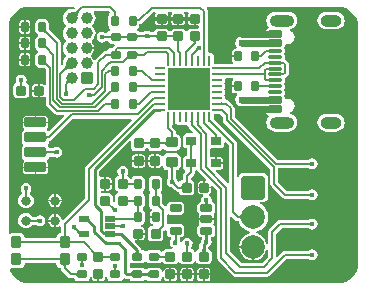
<source format=gtl>
G04*
G04 #@! TF.GenerationSoftware,Altium Limited,Altium Designer,21.6.4 (81)*
G04*
G04 Layer_Physical_Order=1*
G04 Layer_Color=3326705*
%FSLAX44Y44*%
%MOMM*%
G71*
G04*
G04 #@! TF.SameCoordinates,1A298312-32F8-40E2-ABFB-EEC58CCF35F7*
G04*
G04*
G04 #@! TF.FilePolarity,Positive*
G04*
G01*
G75*
G04:AMPARAMS|DCode=12|XSize=0.8mm|YSize=1.8mm|CornerRadius=0.1mm|HoleSize=0mm|Usage=FLASHONLY|Rotation=90.000|XOffset=0mm|YOffset=0mm|HoleType=Round|Shape=RoundedRectangle|*
%AMROUNDEDRECTD12*
21,1,0.8000,1.6000,0,0,90.0*
21,1,0.6000,1.8000,0,0,90.0*
1,1,0.2000,0.8000,0.3000*
1,1,0.2000,0.8000,-0.3000*
1,1,0.2000,-0.8000,-0.3000*
1,1,0.2000,-0.8000,0.3000*
%
%ADD12ROUNDEDRECTD12*%
G04:AMPARAMS|DCode=13|XSize=0.6mm|YSize=0.9mm|CornerRadius=0.075mm|HoleSize=0mm|Usage=FLASHONLY|Rotation=90.000|XOffset=0mm|YOffset=0mm|HoleType=Round|Shape=RoundedRectangle|*
%AMROUNDEDRECTD13*
21,1,0.6000,0.7500,0,0,90.0*
21,1,0.4500,0.9000,0,0,90.0*
1,1,0.1500,0.3750,0.2250*
1,1,0.1500,0.3750,-0.2250*
1,1,0.1500,-0.3750,-0.2250*
1,1,0.1500,-0.3750,0.2250*
%
%ADD13ROUNDEDRECTD13*%
G04:AMPARAMS|DCode=14|XSize=0.8mm|YSize=0.8mm|CornerRadius=0.1mm|HoleSize=0mm|Usage=FLASHONLY|Rotation=270.000|XOffset=0mm|YOffset=0mm|HoleType=Round|Shape=RoundedRectangle|*
%AMROUNDEDRECTD14*
21,1,0.8000,0.6000,0,0,270.0*
21,1,0.6000,0.8000,0,0,270.0*
1,1,0.2000,-0.3000,-0.3000*
1,1,0.2000,-0.3000,0.3000*
1,1,0.2000,0.3000,0.3000*
1,1,0.2000,0.3000,-0.3000*
%
%ADD14ROUNDEDRECTD14*%
G04:AMPARAMS|DCode=15|XSize=0.99mm|YSize=0.88mm|CornerRadius=0.11mm|HoleSize=0mm|Usage=FLASHONLY|Rotation=180.000|XOffset=0mm|YOffset=0mm|HoleType=Round|Shape=RoundedRectangle|*
%AMROUNDEDRECTD15*
21,1,0.9900,0.6600,0,0,180.0*
21,1,0.7700,0.8800,0,0,180.0*
1,1,0.2200,-0.3850,0.3300*
1,1,0.2200,0.3850,0.3300*
1,1,0.2200,0.3850,-0.3300*
1,1,0.2200,-0.3850,-0.3300*
%
%ADD15ROUNDEDRECTD15*%
G04:AMPARAMS|DCode=16|XSize=0.6mm|YSize=0.9mm|CornerRadius=0.075mm|HoleSize=0mm|Usage=FLASHONLY|Rotation=0.000|XOffset=0mm|YOffset=0mm|HoleType=Round|Shape=RoundedRectangle|*
%AMROUNDEDRECTD16*
21,1,0.6000,0.7500,0,0,0.0*
21,1,0.4500,0.9000,0,0,0.0*
1,1,0.1500,0.2250,-0.3750*
1,1,0.1500,-0.2250,-0.3750*
1,1,0.1500,-0.2250,0.3750*
1,1,0.1500,0.2250,0.3750*
%
%ADD16ROUNDEDRECTD16*%
G04:AMPARAMS|DCode=17|XSize=0.3mm|YSize=1.15mm|CornerRadius=0.0375mm|HoleSize=0mm|Usage=FLASHONLY|Rotation=90.000|XOffset=0mm|YOffset=0mm|HoleType=Round|Shape=RoundedRectangle|*
%AMROUNDEDRECTD17*
21,1,0.3000,1.0750,0,0,90.0*
21,1,0.2250,1.1500,0,0,90.0*
1,1,0.0750,0.5375,0.1125*
1,1,0.0750,0.5375,-0.1125*
1,1,0.0750,-0.5375,-0.1125*
1,1,0.0750,-0.5375,0.1125*
%
%ADD17ROUNDEDRECTD17*%
G04:AMPARAMS|DCode=18|XSize=0.6mm|YSize=1.15mm|CornerRadius=0.075mm|HoleSize=0mm|Usage=FLASHONLY|Rotation=270.000|XOffset=0mm|YOffset=0mm|HoleType=Round|Shape=RoundedRectangle|*
%AMROUNDEDRECTD18*
21,1,0.6000,1.0000,0,0,270.0*
21,1,0.4500,1.1500,0,0,270.0*
1,1,0.1500,-0.5000,-0.2250*
1,1,0.1500,-0.5000,0.2250*
1,1,0.1500,0.5000,0.2250*
1,1,0.1500,0.5000,-0.2250*
%
%ADD18ROUNDEDRECTD18*%
%ADD19C,0.8000*%
G04:AMPARAMS|DCode=20|XSize=0.5mm|YSize=0.9mm|CornerRadius=0.0625mm|HoleSize=0mm|Usage=FLASHONLY|Rotation=270.000|XOffset=0mm|YOffset=0mm|HoleType=Round|Shape=RoundedRectangle|*
%AMROUNDEDRECTD20*
21,1,0.5000,0.7750,0,0,270.0*
21,1,0.3750,0.9000,0,0,270.0*
1,1,0.1250,-0.3875,-0.1875*
1,1,0.1250,-0.3875,0.1875*
1,1,0.1250,0.3875,0.1875*
1,1,0.1250,0.3875,-0.1875*
%
%ADD20ROUNDEDRECTD20*%
G04:AMPARAMS|DCode=21|XSize=0.6mm|YSize=1mm|CornerRadius=0.075mm|HoleSize=0mm|Usage=FLASHONLY|Rotation=270.000|XOffset=0mm|YOffset=0mm|HoleType=Round|Shape=RoundedRectangle|*
%AMROUNDEDRECTD21*
21,1,0.6000,0.8500,0,0,270.0*
21,1,0.4500,1.0000,0,0,270.0*
1,1,0.1500,-0.4250,-0.2250*
1,1,0.1500,-0.4250,0.2250*
1,1,0.1500,0.4250,0.2250*
1,1,0.1500,0.4250,-0.2250*
%
%ADD21ROUNDEDRECTD21*%
G04:AMPARAMS|DCode=22|XSize=0.9mm|YSize=1mm|CornerRadius=0.1125mm|HoleSize=0mm|Usage=FLASHONLY|Rotation=180.000|XOffset=0mm|YOffset=0mm|HoleType=Round|Shape=RoundedRectangle|*
%AMROUNDEDRECTD22*
21,1,0.9000,0.7750,0,0,180.0*
21,1,0.6750,1.0000,0,0,180.0*
1,1,0.2250,-0.3375,0.3875*
1,1,0.2250,0.3375,0.3875*
1,1,0.2250,0.3375,-0.3875*
1,1,0.2250,-0.3375,-0.3875*
%
%ADD22ROUNDEDRECTD22*%
G04:AMPARAMS|DCode=23|XSize=0.8mm|YSize=0.8mm|CornerRadius=0.1mm|HoleSize=0mm|Usage=FLASHONLY|Rotation=180.000|XOffset=0mm|YOffset=0mm|HoleType=Round|Shape=RoundedRectangle|*
%AMROUNDEDRECTD23*
21,1,0.8000,0.6000,0,0,180.0*
21,1,0.6000,0.8000,0,0,180.0*
1,1,0.2000,-0.3000,0.3000*
1,1,0.2000,0.3000,0.3000*
1,1,0.2000,0.3000,-0.3000*
1,1,0.2000,-0.3000,-0.3000*
%
%ADD23ROUNDEDRECTD23*%
G04:AMPARAMS|DCode=24|XSize=3.6mm|YSize=3.6mm|CornerRadius=0.18mm|HoleSize=0mm|Usage=FLASHONLY|Rotation=0.000|XOffset=0mm|YOffset=0mm|HoleType=Round|Shape=RoundedRectangle|*
%AMROUNDEDRECTD24*
21,1,3.6000,3.2400,0,0,0.0*
21,1,3.2400,3.6000,0,0,0.0*
1,1,0.3600,1.6200,-1.6200*
1,1,0.3600,-1.6200,-1.6200*
1,1,0.3600,-1.6200,1.6200*
1,1,0.3600,1.6200,1.6200*
%
%ADD24ROUNDEDRECTD24*%
%ADD25O,0.2500X0.8500*%
%ADD26O,0.8500X0.2500*%
G04:AMPARAMS|DCode=27|XSize=0.75mm|YSize=0.9mm|CornerRadius=0.0938mm|HoleSize=0mm|Usage=FLASHONLY|Rotation=90.000|XOffset=0mm|YOffset=0mm|HoleType=Round|Shape=RoundedRectangle|*
%AMROUNDEDRECTD27*
21,1,0.7500,0.7125,0,0,90.0*
21,1,0.5625,0.9000,0,0,90.0*
1,1,0.1875,0.3563,0.2813*
1,1,0.1875,0.3563,-0.2813*
1,1,0.1875,-0.3563,-0.2813*
1,1,0.1875,-0.3563,0.2813*
%
%ADD27ROUNDEDRECTD27*%
G04:AMPARAMS|DCode=28|XSize=0.6mm|YSize=0.8mm|CornerRadius=0.075mm|HoleSize=0mm|Usage=FLASHONLY|Rotation=180.000|XOffset=0mm|YOffset=0mm|HoleType=Round|Shape=RoundedRectangle|*
%AMROUNDEDRECTD28*
21,1,0.6000,0.6500,0,0,180.0*
21,1,0.4500,0.8000,0,0,180.0*
1,1,0.1500,-0.2250,0.3250*
1,1,0.1500,0.2250,0.3250*
1,1,0.1500,0.2250,-0.3250*
1,1,0.1500,-0.2250,-0.3250*
%
%ADD28ROUNDEDRECTD28*%
%ADD54C,0.1600*%
%ADD55C,0.1270*%
%ADD56C,0.2500*%
%ADD57C,0.6000*%
%ADD58C,0.2300*%
%ADD59C,0.1500*%
%ADD60O,2.1000X1.0000*%
%ADD61O,1.8000X1.0000*%
%ADD62C,2.0000*%
G04:AMPARAMS|DCode=63|XSize=2mm|YSize=2mm|CornerRadius=0.25mm|HoleSize=0mm|Usage=FLASHONLY|Rotation=270.000|XOffset=0mm|YOffset=0mm|HoleType=Round|Shape=RoundedRectangle|*
%AMROUNDEDRECTD63*
21,1,2.0000,1.5000,0,0,270.0*
21,1,1.5000,2.0000,0,0,270.0*
1,1,0.5000,-0.7500,-0.7500*
1,1,0.5000,-0.7500,0.7500*
1,1,0.5000,0.7500,0.7500*
1,1,0.5000,0.7500,-0.7500*
%
%ADD63ROUNDEDRECTD63*%
%ADD64C,1.0000*%
G04:AMPARAMS|DCode=65|XSize=1mm|YSize=1mm|CornerRadius=0.125mm|HoleSize=0mm|Usage=FLASHONLY|Rotation=180.000|XOffset=0mm|YOffset=0mm|HoleType=Round|Shape=RoundedRectangle|*
%AMROUNDEDRECTD65*
21,1,1.0000,0.7500,0,0,180.0*
21,1,0.7500,1.0000,0,0,180.0*
1,1,0.2500,-0.3750,0.3750*
1,1,0.2500,0.3750,0.3750*
1,1,0.2500,0.3750,-0.3750*
1,1,0.2500,-0.3750,-0.3750*
%
%ADD65ROUNDEDRECTD65*%
%ADD66C,0.4000*%
%ADD67C,0.6000*%
G36*
X458300Y236590D02*
X461473Y235627D01*
X464397Y234064D01*
X466960Y231960D01*
X469064Y229397D01*
X470627Y226473D01*
X471590Y223300D01*
X471910Y220047D01*
X471900Y220000D01*
Y20000D01*
X471910Y19953D01*
X471590Y16700D01*
X470627Y13527D01*
X469064Y10603D01*
X466960Y8040D01*
X464397Y5936D01*
X461473Y4373D01*
X458300Y3410D01*
X455047Y3090D01*
X455000Y3099D01*
X193000Y3100D01*
X192953Y3090D01*
X189700Y3410D01*
X186527Y4373D01*
X183603Y5936D01*
X181040Y8040D01*
X178936Y10603D01*
X177373Y13527D01*
X176961Y14886D01*
X177243Y15284D01*
X177991Y15864D01*
X179125Y15638D01*
X185875D01*
X187305Y15923D01*
X188517Y16733D01*
X189327Y17945D01*
X189612Y19375D01*
Y19845D01*
X216388D01*
Y19375D01*
X216673Y17945D01*
X217483Y16733D01*
X218695Y15923D01*
X220095Y15644D01*
Y15500D01*
X220354Y14197D01*
X221092Y13092D01*
X226092Y8092D01*
X227197Y7354D01*
X228500Y7095D01*
X231125D01*
X231151Y6966D01*
X231878Y5878D01*
X232966Y5151D01*
X234250Y4895D01*
X241750D01*
X243034Y5151D01*
X244122Y5878D01*
X244849Y6966D01*
X245079Y8122D01*
X246349Y7997D01*
Y7500D01*
X246551Y6486D01*
X247125Y5626D01*
X247985Y5051D01*
X249000Y4849D01*
X251200D01*
Y10500D01*
X252800D01*
Y4849D01*
X255000D01*
X256014Y5051D01*
X256875Y5626D01*
X257449Y6486D01*
X257651Y7500D01*
Y7997D01*
X258921Y8123D01*
X259151Y6966D01*
X259878Y5878D01*
X260966Y5151D01*
X262250Y4896D01*
X269750D01*
X271034Y5151D01*
X272122Y5878D01*
X272632Y6641D01*
X273748Y7081D01*
X274178Y7136D01*
X274486Y6930D01*
X275965Y6636D01*
X275965Y6636D01*
X278372D01*
X278878Y5878D01*
X279966Y5151D01*
X281250Y4895D01*
X288750D01*
X290034Y5151D01*
X291122Y5878D01*
X291279Y6113D01*
X292721D01*
X292878Y5878D01*
X293966Y5151D01*
X295250Y4895D01*
X302750D01*
X304034Y5151D01*
X305122Y5878D01*
X305849Y6966D01*
X306079Y8122D01*
X307349Y7997D01*
Y7500D01*
X307551Y6485D01*
X308125Y5626D01*
X308986Y5051D01*
X310000Y4849D01*
X312200D01*
Y10500D01*
Y16151D01*
X310000D01*
X308986Y15949D01*
X308125Y15374D01*
X307551Y14514D01*
X307349Y13500D01*
Y13003D01*
X306079Y12878D01*
X305849Y14034D01*
X305122Y15122D01*
X304034Y15849D01*
X302750Y16104D01*
X295250D01*
X293966Y15849D01*
X292878Y15122D01*
X292721Y14886D01*
X291279D01*
X291122Y15122D01*
X290034Y15849D01*
X288750Y16104D01*
X281250D01*
X279966Y15849D01*
X279634Y15627D01*
X278364Y16306D01*
Y19694D01*
X279634Y20373D01*
X279966Y20151D01*
X281250Y19895D01*
X288750D01*
X290034Y20151D01*
X291122Y20878D01*
X291236Y21049D01*
X292764D01*
X292878Y20878D01*
X293966Y20151D01*
X295250Y19895D01*
X302750D01*
X304034Y20151D01*
X305122Y20878D01*
X305350Y21220D01*
X306131Y21160D01*
X306738Y21010D01*
X307448Y19948D01*
X308619Y19165D01*
X310000Y18891D01*
X316000D01*
X317381Y19165D01*
X318552Y19948D01*
X319335Y21119D01*
X319352Y21209D01*
X320647D01*
X320665Y21119D01*
X321448Y19948D01*
X322619Y19166D01*
X324000Y18891D01*
X330000D01*
X331381Y19166D01*
X332552Y19948D01*
X333335Y21119D01*
X333470Y21797D01*
X334764D01*
X334899Y21119D01*
X335682Y19948D01*
X336853Y19166D01*
X338234Y18891D01*
X344234D01*
X345615Y19166D01*
X346786Y19948D01*
X347569Y21119D01*
X347843Y22500D01*
Y28500D01*
X347569Y29881D01*
X346786Y31052D01*
X345615Y31835D01*
X344996Y31958D01*
Y33256D01*
X345200Y33297D01*
X346702Y34300D01*
X347705Y35802D01*
X348057Y37573D01*
X347705Y39345D01*
X347261Y40009D01*
Y41895D01*
X347749D01*
X349033Y42151D01*
X350121Y42878D01*
X350848Y43966D01*
X351103Y45250D01*
Y49750D01*
X350848Y51034D01*
X350121Y52122D01*
X350121Y52122D01*
X350108Y52133D01*
X350108Y52134D01*
X350108Y52134D01*
X349443Y53056D01*
X349963Y53833D01*
X350145Y54750D01*
Y56200D01*
X343499D01*
X336853D01*
Y54750D01*
X337035Y53833D01*
X337555Y53056D01*
X336890Y52134D01*
X336877Y52122D01*
X336877Y52122D01*
X336150Y51034D01*
X335895Y49750D01*
Y45250D01*
X336150Y43966D01*
X336877Y42878D01*
X337965Y42151D01*
X339249Y41895D01*
X339737D01*
Y40220D01*
X339152Y39345D01*
X338970Y38433D01*
X338574Y38036D01*
X337758Y36816D01*
X337472Y35376D01*
Y31958D01*
X336853Y31835D01*
X335682Y31052D01*
X334899Y29881D01*
X334764Y29203D01*
X333470D01*
X333335Y29881D01*
X332552Y31052D01*
X331381Y31835D01*
X330405Y32029D01*
Y33287D01*
X330572Y33398D01*
X331575Y34900D01*
X331927Y36672D01*
X331575Y38443D01*
X330572Y39945D01*
X329070Y40948D01*
X327298Y41301D01*
X325527Y40948D01*
X324025Y39945D01*
X323022Y38443D01*
X322950Y38081D01*
X321655D01*
X321457Y39078D01*
X320724Y40174D01*
X320704Y40210D01*
Y41895D01*
X321549D01*
X322833Y42151D01*
X323921Y42878D01*
X324648Y43966D01*
X324903Y45250D01*
Y49750D01*
X324648Y51034D01*
X323921Y52122D01*
X322833Y52849D01*
X321549Y53105D01*
X313049D01*
X311765Y52849D01*
X311675Y52789D01*
X310405Y53468D01*
Y60532D01*
X311675Y61211D01*
X311765Y61151D01*
X313049Y60896D01*
X321549D01*
X322833Y61151D01*
X323921Y61878D01*
X324648Y62966D01*
X324903Y64250D01*
Y68750D01*
X324648Y70034D01*
X323921Y71122D01*
X322833Y71849D01*
X321549Y72105D01*
X313049D01*
X311765Y71849D01*
X310677Y71122D01*
X309950Y70034D01*
X309722Y68890D01*
X309318Y68644D01*
X308424Y68391D01*
X306180Y70636D01*
X306105Y70717D01*
Y76750D01*
X305849Y78034D01*
X305122Y79122D01*
X304951Y79236D01*
Y80764D01*
X305122Y80878D01*
X305849Y81966D01*
X306105Y83250D01*
Y90750D01*
X305849Y92034D01*
X305122Y93122D01*
X304034Y93849D01*
X302750Y94104D01*
X298250D01*
X296966Y93849D01*
X295878Y93122D01*
X295151Y92034D01*
X294895Y90750D01*
Y83250D01*
X295151Y81966D01*
X295878Y80878D01*
X296049Y80764D01*
Y79236D01*
X295878Y79122D01*
X295151Y78034D01*
X294895Y76750D01*
Y69250D01*
X295151Y67966D01*
X295878Y66878D01*
X296966Y66151D01*
X296991Y66146D01*
X297127Y65678D01*
X297125Y64824D01*
X296556Y64444D01*
X296036Y63667D01*
X295854Y62750D01*
Y59800D01*
X300500D01*
Y58200D01*
X295854D01*
Y55250D01*
X296036Y54333D01*
X296556Y53556D01*
X297333Y53036D01*
X298122Y52879D01*
X297997Y51609D01*
X297500D01*
X296119Y51335D01*
X294948Y50552D01*
X294165Y49381D01*
X293891Y48000D01*
Y42000D01*
X294165Y40619D01*
X294948Y39448D01*
X296119Y38665D01*
X297500Y38391D01*
X303500D01*
X304881Y38665D01*
X306052Y39448D01*
X306835Y40619D01*
X307109Y42000D01*
Y46788D01*
X307141Y46825D01*
X308424Y48109D01*
X309694Y47583D01*
Y45250D01*
X309950Y43966D01*
X310677Y42878D01*
X311765Y42151D01*
X313049Y41895D01*
X313894D01*
Y40560D01*
X312903Y39078D01*
X312551Y37306D01*
X312903Y35535D01*
X313907Y34033D01*
X314885Y33379D01*
X314500Y32109D01*
X310000D01*
X308619Y31835D01*
X307448Y31052D01*
X306738Y29990D01*
X306131Y29840D01*
X305350Y29780D01*
X305122Y30122D01*
X304034Y30849D01*
X302750Y31105D01*
X295250D01*
X293966Y30849D01*
X292878Y30122D01*
X292764Y29951D01*
X291236D01*
X291122Y30122D01*
X290034Y30849D01*
X288750Y31105D01*
X288515D01*
X288285Y32264D01*
X287447Y33518D01*
X287447Y33518D01*
X282886Y38079D01*
X283412Y39349D01*
X284700D01*
Y45000D01*
X285500D01*
Y45800D01*
X291151D01*
Y48000D01*
X290949Y49015D01*
X290375Y49875D01*
X289515Y50449D01*
X288500Y50651D01*
X288002D01*
X287877Y51921D01*
X289034Y52151D01*
X290122Y52878D01*
X290849Y53966D01*
X291104Y55250D01*
Y62750D01*
X290849Y64034D01*
X290122Y65122D01*
X289951Y65236D01*
Y66764D01*
X290122Y66878D01*
X290849Y67966D01*
X291104Y69250D01*
Y76750D01*
X290849Y78034D01*
X290122Y79122D01*
X289951Y79236D01*
Y80764D01*
X290122Y80878D01*
X290849Y81966D01*
X291104Y83250D01*
Y90750D01*
X290849Y92034D01*
X290122Y93122D01*
X289034Y93849D01*
X287750Y94104D01*
X283250D01*
X281966Y93849D01*
X280878Y93122D01*
X280151Y92034D01*
X280073Y91640D01*
X279246Y91467D01*
X278751Y91506D01*
X278052Y92552D01*
X276881Y93335D01*
X276547Y93401D01*
X276165Y94772D01*
X276869Y95826D01*
X277222Y97598D01*
X276869Y99369D01*
X275866Y100871D01*
X274364Y101874D01*
X272593Y102227D01*
X270821Y101874D01*
X269320Y100871D01*
X268316Y99369D01*
X267964Y97598D01*
X268316Y95826D01*
X269046Y94735D01*
X268773Y93465D01*
X268119Y93335D01*
X266948Y92552D01*
X266165Y91381D01*
X265891Y90000D01*
Y84000D01*
X266165Y82619D01*
X266948Y81448D01*
X268119Y80665D01*
X268209Y80647D01*
Y79352D01*
X268119Y79335D01*
X266948Y78552D01*
X266165Y77381D01*
X265891Y76000D01*
Y72025D01*
X264621Y71389D01*
X264109Y71771D01*
Y76000D01*
X263834Y77381D01*
X263052Y78552D01*
X261881Y79335D01*
X260500Y79609D01*
X254861D01*
X253956Y80367D01*
X253866Y80493D01*
X254500Y81349D01*
X256700D01*
Y87000D01*
Y92651D01*
X254500D01*
X254134Y92578D01*
X252864Y93445D01*
Y98399D01*
X278121Y123656D01*
X279391Y123130D01*
Y118500D01*
X279665Y117119D01*
X280448Y115948D01*
X281619Y115165D01*
X283000Y114891D01*
X289000D01*
X290381Y115165D01*
X291552Y115948D01*
X292335Y117119D01*
X292351Y117202D01*
X293646D01*
X293666Y117104D01*
X294448Y115933D01*
X295619Y115150D01*
X297000Y114876D01*
X303000D01*
X304381Y115150D01*
X305552Y115933D01*
X305868Y116406D01*
X307393Y116410D01*
X307526Y116211D01*
X308730Y115406D01*
X310150Y115124D01*
X317850D01*
X319270Y115406D01*
X320474Y116211D01*
X321279Y117415D01*
X321561Y118835D01*
Y125435D01*
X321279Y126855D01*
X320474Y128059D01*
X319270Y128864D01*
X317850Y129146D01*
X317405D01*
Y131000D01*
X317146Y132303D01*
X316408Y133408D01*
X314405Y135410D01*
Y136727D01*
X315200Y137310D01*
Y143500D01*
X316800D01*
Y137753D01*
X317112Y137815D01*
X317322Y137956D01*
X318268Y137767D01*
X319521Y136930D01*
X321000Y136636D01*
X322479Y136930D01*
X323500Y137612D01*
X324521Y136930D01*
X326000Y136636D01*
X326407Y136717D01*
X327886Y135791D01*
X327901Y135716D01*
X328628Y134628D01*
X332225Y131032D01*
X331739Y129858D01*
X326937D01*
X325581Y129588D01*
X324430Y128820D01*
X323662Y127669D01*
X323392Y126313D01*
Y120688D01*
X323662Y119331D01*
X324430Y118180D01*
X325581Y117412D01*
X326937Y117142D01*
X327094D01*
Y110858D01*
X326937D01*
X325581Y110588D01*
X324430Y109820D01*
X323662Y108669D01*
X323392Y107312D01*
Y101687D01*
X323662Y100331D01*
X324430Y99180D01*
X325204Y98663D01*
X325557Y97220D01*
X324326Y95989D01*
X323588Y94884D01*
X323329Y93581D01*
Y90529D01*
X322353Y90335D01*
X321182Y89552D01*
X320928Y89172D01*
X319322Y88981D01*
X319140Y89163D01*
X318834Y90701D01*
X317831Y92203D01*
X317405Y92487D01*
Y98824D01*
X317850D01*
X319270Y99106D01*
X320474Y99911D01*
X321279Y101115D01*
X321561Y102535D01*
Y109135D01*
X321279Y110555D01*
X320474Y111759D01*
X319270Y112564D01*
X317850Y112846D01*
X310150D01*
X308730Y112564D01*
X307526Y111759D01*
X306730Y110569D01*
X306637Y110552D01*
X305620Y110507D01*
X305423Y110539D01*
X304874Y111360D01*
X304014Y111934D01*
X303000Y112136D01*
X300800D01*
Y106485D01*
Y100834D01*
X303000D01*
X304014Y101036D01*
X304874Y101610D01*
X305224Y102133D01*
X306549Y101983D01*
X306721Y101115D01*
X307526Y99911D01*
X308730Y99106D01*
X310150Y98824D01*
X310595D01*
Y91359D01*
X310570Y91221D01*
X310570Y91220D01*
X310563Y91198D01*
X310558Y91185D01*
X310556Y91181D01*
X310520Y91111D01*
X310492Y91018D01*
X310281Y90701D01*
X309928Y88930D01*
X310281Y87158D01*
X311284Y85656D01*
X312786Y84653D01*
X314324Y84347D01*
X317079Y81592D01*
X318184Y80854D01*
X319487Y80595D01*
X320205D01*
X320399Y79619D01*
X321182Y78448D01*
X322353Y77665D01*
X323734Y77391D01*
X329734D01*
X331115Y77665D01*
X332286Y78448D01*
X333069Y79619D01*
X333343Y81000D01*
Y87000D01*
X333069Y88381D01*
X332286Y89552D01*
X331115Y90335D01*
X330139Y90529D01*
Y92170D01*
X332908Y94939D01*
X333646Y96044D01*
X333905Y97347D01*
Y98142D01*
X334062D01*
X335419Y98412D01*
X336599Y97672D01*
X336628Y97628D01*
X343432Y90824D01*
X342946Y89651D01*
X342534D01*
Y84800D01*
X347385D01*
Y85212D01*
X348558Y85698D01*
X352645Y81610D01*
Y24000D01*
X352901Y22716D01*
X353628Y21628D01*
X365628Y9628D01*
X366716Y8901D01*
X368000Y8646D01*
X395000D01*
X396284Y8901D01*
X397372Y9628D01*
X411389Y23646D01*
X429849D01*
X431229Y22723D01*
X433000Y22371D01*
X434771Y22723D01*
X436273Y23727D01*
X437277Y25229D01*
X437629Y27000D01*
X437277Y28771D01*
X436273Y30273D01*
X434771Y31277D01*
X433000Y31629D01*
X431229Y31277D01*
X429849Y30354D01*
X410000D01*
X408716Y30099D01*
X407628Y29372D01*
X403528Y25272D01*
X402354Y25758D01*
Y44611D01*
X407389Y49646D01*
X429849D01*
X431229Y48723D01*
X433000Y48371D01*
X434771Y48723D01*
X436273Y49727D01*
X437277Y51229D01*
X437629Y53000D01*
X437277Y54771D01*
X436273Y56273D01*
X434771Y57277D01*
X433000Y57629D01*
X431229Y57277D01*
X429849Y56354D01*
X406000D01*
X404716Y56099D01*
X403628Y55372D01*
X396628Y48372D01*
X395901Y47284D01*
X395645Y46000D01*
Y36549D01*
X394375Y36465D01*
X394301Y37028D01*
X393133Y39850D01*
X391273Y42273D01*
X388850Y44133D01*
X386028Y45301D01*
X385390Y45385D01*
Y46666D01*
X386274Y46783D01*
X389324Y48046D01*
X391944Y50056D01*
X393954Y52676D01*
X395217Y55726D01*
X395648Y59000D01*
X395217Y62274D01*
X393954Y65324D01*
X391944Y67944D01*
X389324Y69954D01*
X388992Y70091D01*
X389244Y71361D01*
X390500D01*
X392467Y71752D01*
X394134Y72866D01*
X395248Y74533D01*
X395639Y76500D01*
Y91500D01*
X395248Y93466D01*
X394134Y95134D01*
X392467Y96248D01*
X390500Y96639D01*
X375500D01*
X373534Y96248D01*
X371866Y95134D01*
X370752Y93466D01*
X370675Y93079D01*
X369405Y93204D01*
Y120749D01*
X369146Y122052D01*
X368408Y123157D01*
X350198Y141366D01*
X349948Y141633D01*
X349864Y141734D01*
Y146136D01*
X355120D01*
X357645Y143611D01*
Y141000D01*
X357901Y139716D01*
X358628Y138628D01*
X397646Y99611D01*
Y87000D01*
X397901Y85716D01*
X398628Y84628D01*
X407628Y75628D01*
X408716Y74901D01*
X410000Y74646D01*
X429849D01*
X431229Y73723D01*
X433000Y73371D01*
X434771Y73723D01*
X436273Y74727D01*
X437277Y76228D01*
X437629Y78000D01*
X437277Y79771D01*
X436273Y81273D01*
X434771Y82277D01*
X433000Y82629D01*
X431229Y82277D01*
X429849Y81354D01*
X411390D01*
X404355Y88390D01*
Y100646D01*
X429849D01*
X431229Y99723D01*
X433000Y99371D01*
X434771Y99723D01*
X436273Y100727D01*
X437277Y102228D01*
X437629Y104000D01*
X437277Y105771D01*
X436273Y107273D01*
X434771Y108277D01*
X433000Y108629D01*
X431229Y108277D01*
X429849Y107354D01*
X403807D01*
X367355Y143807D01*
Y151000D01*
X367099Y152284D01*
X366372Y153372D01*
X362372Y157372D01*
X361284Y158099D01*
X360319Y158291D01*
X359726Y158844D01*
X359290Y159625D01*
X359364Y160000D01*
X359070Y161479D01*
X358388Y162500D01*
X359070Y163521D01*
X359364Y165000D01*
X359070Y166479D01*
X358388Y167500D01*
X359070Y168521D01*
X359364Y170000D01*
X359070Y171479D01*
X358388Y172500D01*
X359070Y173521D01*
X359364Y175000D01*
X359300Y175324D01*
X360342Y176595D01*
X365724D01*
X366109Y175325D01*
X365972Y175233D01*
X365453Y174456D01*
X365270Y173539D01*
Y170589D01*
X369916D01*
Y168989D01*
X365270D01*
Y166039D01*
X365453Y165122D01*
X365972Y164345D01*
X366749Y163825D01*
X367666Y163643D01*
X369241D01*
X369627Y162373D01*
X369359Y162194D01*
X368135Y160362D01*
X367705Y158200D01*
X368135Y156038D01*
X369359Y154206D01*
X371192Y152981D01*
X373353Y152551D01*
X381741D01*
X381843Y152531D01*
X381946Y152551D01*
X393971D01*
X394054Y152450D01*
Y151000D01*
X401450D01*
Y149400D01*
X394054D01*
Y147950D01*
X394236Y147033D01*
X394756Y146256D01*
X395533Y145736D01*
X395909Y145661D01*
X396246Y144614D01*
X396281Y144324D01*
X395114Y142802D01*
X394354Y140968D01*
X394095Y139000D01*
X394354Y137032D01*
X395114Y135197D01*
X396322Y133622D01*
X397897Y132414D01*
X399732Y131654D01*
X401700Y131395D01*
X412700D01*
X414668Y131654D01*
X416502Y132414D01*
X418078Y133622D01*
X419286Y135197D01*
X420046Y137032D01*
X420305Y139000D01*
X420046Y140968D01*
X419286Y142802D01*
X418078Y144378D01*
X416502Y145586D01*
X414668Y146346D01*
X413922Y146444D01*
X413880Y147731D01*
X414459Y147846D01*
X416374Y149126D01*
X417654Y151041D01*
X418103Y153300D01*
X417654Y155559D01*
X416374Y157474D01*
X414459Y158754D01*
X412200Y159203D01*
X411074Y158980D01*
X409804Y160022D01*
Y160450D01*
X409549Y161734D01*
X409325Y162069D01*
X409571Y162438D01*
X409797Y163575D01*
Y165825D01*
X409571Y166962D01*
X409412Y167200D01*
X409571Y167438D01*
X409797Y168575D01*
Y170825D01*
X409571Y171962D01*
X409412Y172200D01*
X409571Y172438D01*
X409797Y173575D01*
Y175825D01*
X409663Y176500D01*
X409966Y176561D01*
X411071Y177299D01*
X412408Y178636D01*
X413146Y179741D01*
X413405Y181044D01*
Y188181D01*
X413146Y189485D01*
X412408Y190589D01*
X410986Y192012D01*
X409881Y192750D01*
X409642Y192797D01*
X409797Y193575D01*
Y195825D01*
X409571Y196962D01*
X409412Y197200D01*
X409571Y197438D01*
X409797Y198575D01*
Y200825D01*
X409571Y201962D01*
X409325Y202331D01*
X409549Y202666D01*
X409804Y203950D01*
Y204378D01*
X411074Y205420D01*
X412200Y205196D01*
X414459Y205646D01*
X416374Y206926D01*
X417654Y208841D01*
X418103Y211100D01*
X417654Y213359D01*
X416374Y215274D01*
X414459Y216554D01*
X413880Y216669D01*
X413922Y217956D01*
X414668Y218054D01*
X416502Y218814D01*
X418078Y220022D01*
X419286Y221597D01*
X420046Y223432D01*
X420305Y225400D01*
X420046Y227368D01*
X419286Y229202D01*
X418078Y230778D01*
X416502Y231986D01*
X414668Y232746D01*
X412700Y233005D01*
X401700D01*
X399732Y232746D01*
X397897Y231986D01*
X396322Y230778D01*
X395114Y229202D01*
X394354Y227368D01*
X394095Y225400D01*
X394354Y223432D01*
X395114Y221597D01*
X396281Y220076D01*
X396246Y219786D01*
X395909Y218738D01*
X395533Y218664D01*
X394756Y218144D01*
X394236Y217367D01*
X394054Y216450D01*
Y215000D01*
X401450D01*
Y213400D01*
X394054D01*
Y211950D01*
X393971Y211849D01*
X381946D01*
X381843Y211869D01*
X381741Y211849D01*
X373353D01*
X371192Y211419D01*
X369359Y210194D01*
X368135Y208362D01*
X367705Y206200D01*
X368135Y204038D01*
X369003Y202738D01*
X368352Y201468D01*
X367666D01*
X366749Y201286D01*
X365972Y200766D01*
X365453Y199989D01*
X365270Y199072D01*
Y196122D01*
X369916D01*
Y194522D01*
X365270D01*
Y191572D01*
X365453Y190655D01*
X365972Y189878D01*
X366275Y189675D01*
X365890Y188405D01*
X357522D01*
X357450Y188410D01*
X357165Y188445D01*
X356979Y188570D01*
X356417Y188682D01*
X356317Y188716D01*
X356263Y188713D01*
X355500Y188864D01*
X349864D01*
Y194500D01*
X349570Y195979D01*
X348732Y197232D01*
X347479Y198070D01*
X346000Y198364D01*
X345676Y198300D01*
X344405Y199342D01*
Y233431D01*
X344146Y234734D01*
X343547Y235630D01*
X343932Y236901D01*
X455000D01*
X455047Y236910D01*
X458300Y236590D01*
D02*
G37*
G36*
X231068Y236901D02*
X231248Y236804D01*
X231466Y236580D01*
X231814Y235630D01*
X231487Y235207D01*
X231396Y235188D01*
X230977Y235122D01*
X229819Y235023D01*
X229378Y235010D01*
X229300Y235021D01*
X229177Y235004D01*
X229153Y235004D01*
X229128Y234998D01*
X227332Y234761D01*
X225497Y234002D01*
X223922Y232793D01*
X222714Y231218D01*
X221954Y229384D01*
X221695Y227415D01*
X221954Y225447D01*
X222714Y223613D01*
X223922Y222038D01*
X224362Y221700D01*
Y220430D01*
X223922Y220093D01*
X222714Y218518D01*
X221954Y216684D01*
X221695Y214715D01*
X221954Y212747D01*
X222714Y210913D01*
X223922Y209338D01*
X224362Y209000D01*
Y207730D01*
X223922Y207393D01*
X222714Y205818D01*
X221954Y203984D01*
X221695Y202015D01*
X221954Y200047D01*
X222714Y198213D01*
X223922Y196638D01*
X224362Y196300D01*
Y195030D01*
X223922Y194693D01*
X222714Y193118D01*
X221954Y191284D01*
X221717Y189487D01*
X221712Y189463D01*
X221711Y189439D01*
X221695Y189315D01*
X221705Y189238D01*
X221692Y188796D01*
X221622Y187975D01*
X221415Y187744D01*
X220145Y188229D01*
Y206510D01*
X219886Y207813D01*
X219148Y208918D01*
X209930Y218136D01*
X209855Y218217D01*
Y223250D01*
X209599Y224534D01*
X208872Y225622D01*
X207784Y226349D01*
X206500Y226604D01*
X202000D01*
X200716Y226349D01*
X199628Y225622D01*
X198901Y224534D01*
X198646Y223250D01*
Y216750D01*
X198901Y215466D01*
X199628Y214378D01*
X200572Y213747D01*
X200650Y213066D01*
X200572Y212385D01*
X199628Y211754D01*
X198901Y210666D01*
X198646Y209382D01*
Y202882D01*
X198901Y201598D01*
X199628Y200510D01*
X200655Y199824D01*
X200716Y199381D01*
Y198944D01*
X200655Y198500D01*
X199628Y197814D01*
X198901Y196726D01*
X198646Y195443D01*
Y188943D01*
X198901Y187659D01*
X199628Y186570D01*
X200716Y185843D01*
X202000Y185588D01*
X206038D01*
X207595Y184032D01*
Y171334D01*
X206618Y170966D01*
X206325Y170908D01*
X205515Y171449D01*
X204500Y171651D01*
X202300D01*
Y166000D01*
Y160349D01*
X204500D01*
X205515Y160551D01*
X206325Y161092D01*
X206618Y161034D01*
X207595Y160666D01*
Y155000D01*
X207854Y153697D01*
X208592Y152592D01*
X214592Y146592D01*
X215697Y145854D01*
X217000Y145595D01*
X222619D01*
X223105Y144421D01*
X210469Y131785D01*
X209282Y131902D01*
X208350Y132525D01*
X208209Y133485D01*
X208265Y133949D01*
X208604Y134176D01*
X209179Y135035D01*
X209381Y136050D01*
Y138250D01*
X198730D01*
X188079D01*
Y136050D01*
X188281Y135035D01*
X188855Y134176D01*
X189195Y133949D01*
X189251Y133485D01*
X189110Y132525D01*
X188178Y131902D01*
X187395Y130731D01*
X187121Y129350D01*
Y123350D01*
X187395Y121969D01*
X188178Y120798D01*
X188229Y120764D01*
Y119236D01*
X188178Y119202D01*
X187395Y118031D01*
X187121Y116650D01*
Y110650D01*
X187395Y109269D01*
X188178Y108098D01*
X189110Y107475D01*
X189251Y106515D01*
X189195Y106051D01*
X188855Y105824D01*
X188281Y104965D01*
X188079Y103950D01*
Y101750D01*
X198730D01*
X209381D01*
Y103950D01*
X209179Y104965D01*
X208604Y105824D01*
X208265Y106051D01*
X208209Y106515D01*
X208350Y107475D01*
X209282Y108098D01*
X210065Y109269D01*
X210259Y110245D01*
X213742D01*
X214923Y109455D01*
X216694Y109103D01*
X218465Y109455D01*
X219967Y110459D01*
X220971Y111961D01*
X221323Y113732D01*
X220971Y115504D01*
X219967Y117005D01*
X218465Y118009D01*
X216694Y118361D01*
X214923Y118009D01*
X213496Y117055D01*
X210259D01*
X210065Y118031D01*
X209282Y119202D01*
X209231Y119236D01*
Y120764D01*
X209282Y120798D01*
X210065Y121969D01*
X210275Y123029D01*
X211153Y123204D01*
X212258Y123942D01*
X230732Y142416D01*
X279941D01*
X280427Y141243D01*
X241592Y102408D01*
X240854Y101303D01*
X240595Y100000D01*
Y74911D01*
X222202Y56518D01*
X220824Y56936D01*
X220575Y58185D01*
X219337Y60037D01*
X217485Y61275D01*
X216100Y61551D01*
Y56000D01*
Y50450D01*
X217485Y50725D01*
X218825Y51620D01*
X220095Y50984D01*
Y45356D01*
X218695Y45077D01*
X217483Y44267D01*
X216673Y43055D01*
X216388Y41625D01*
Y41155D01*
X189612D01*
Y41625D01*
X189327Y43055D01*
X188517Y44267D01*
X187305Y45077D01*
X185875Y45362D01*
X179125D01*
X177695Y45077D01*
X177369Y44860D01*
X176099Y45539D01*
Y218734D01*
X176100Y220000D01*
X176206Y221226D01*
X176411Y223300D01*
X177373Y226473D01*
X178936Y229397D01*
X181040Y231960D01*
X183603Y234064D01*
X186527Y235627D01*
X189700Y236590D01*
X191774Y236794D01*
X193000Y236901D01*
Y236901D01*
X193000Y236901D01*
X231068D01*
D02*
G37*
G36*
X266808Y230774D02*
X266832Y230497D01*
X266872Y230252D01*
X266928Y230040D01*
X267000Y229861D01*
X267088Y229714D01*
X267192Y229600D01*
X267312Y229518D01*
X267448Y229469D01*
X267600Y229453D01*
X264400D01*
X264552Y229469D01*
X264688Y229518D01*
X264808Y229600D01*
X264912Y229714D01*
X265000Y229861D01*
X265072Y230040D01*
X265128Y230252D01*
X265168Y230497D01*
X265192Y230774D01*
X265200Y231084D01*
X266800D01*
X266808Y230774D01*
D02*
G37*
G36*
X328201Y232487D02*
X328470Y231642D01*
X328051Y231014D01*
X327849Y230000D01*
Y228294D01*
X327923Y228300D01*
X328302Y228363D01*
X328631Y228450D01*
X328909Y228563D01*
X329137Y228700D01*
X329314Y228862D01*
X329441Y229050D01*
X329517Y229263D01*
X329542Y229500D01*
Y227800D01*
X333500D01*
Y227000D01*
X334300D01*
Y221349D01*
X336405D01*
X337321Y220419D01*
X337293Y219544D01*
X336500Y218609D01*
X330500D01*
X329119Y218335D01*
X327948Y217552D01*
X327165Y216381D01*
X327147Y216291D01*
X325853D01*
X325835Y216381D01*
X325052Y217552D01*
X323881Y218335D01*
X322500Y218609D01*
X316500D01*
X315119Y218335D01*
X313948Y217552D01*
X313165Y216381D01*
X313148Y216291D01*
X311853D01*
X311835Y216381D01*
X311052Y217552D01*
X309881Y218335D01*
X308500Y218609D01*
X302500D01*
X301119Y218335D01*
X299948Y217552D01*
X299165Y216381D01*
X298971Y215405D01*
X296325D01*
X295021Y216277D01*
X293250Y216629D01*
X291479Y216277D01*
X290175Y215405D01*
X287101D01*
X286622Y216122D01*
X285534Y216849D01*
X284889Y216977D01*
X284765Y217389D01*
X284755Y218299D01*
X285622Y218878D01*
X286349Y219966D01*
X286604Y221250D01*
Y222098D01*
X287703Y222316D01*
X288808Y223055D01*
X298665Y232912D01*
X299908D01*
X300201Y232487D01*
X300470Y231642D01*
X300051Y231014D01*
X299849Y230000D01*
Y228294D01*
X299923Y228300D01*
X300302Y228363D01*
X300631Y228450D01*
X300909Y228563D01*
X301137Y228700D01*
X301314Y228862D01*
X301441Y229050D01*
X301517Y229263D01*
X301542Y229500D01*
Y227800D01*
X305500D01*
Y227000D01*
D01*
Y227800D01*
X309458D01*
Y229500D01*
X309483Y229263D01*
X309559Y229050D01*
X309686Y228862D01*
X309863Y228700D01*
X310091Y228563D01*
X310369Y228450D01*
X310698Y228363D01*
X311077Y228300D01*
X311151Y228294D01*
Y230000D01*
X310949Y231014D01*
X310530Y231642D01*
X310798Y232487D01*
X311092Y232912D01*
X313908D01*
X314202Y232487D01*
X314470Y231642D01*
X314051Y231014D01*
X313849Y230000D01*
Y228294D01*
X313923Y228300D01*
X314302Y228363D01*
X314631Y228450D01*
X314909Y228563D01*
X315137Y228700D01*
X315314Y228862D01*
X315441Y229050D01*
X315517Y229263D01*
X315542Y229500D01*
Y227800D01*
X319500D01*
X323458D01*
Y229500D01*
X323483Y229263D01*
X323559Y229050D01*
X323686Y228862D01*
X323863Y228700D01*
X324091Y228563D01*
X324369Y228450D01*
X324698Y228363D01*
X325078Y228300D01*
X325151Y228294D01*
Y230000D01*
X324949Y231014D01*
X324530Y231642D01*
X324799Y232487D01*
X325092Y232912D01*
X327908D01*
X328201Y232487D01*
D02*
G37*
G36*
X235405Y232558D02*
X235172Y232286D01*
X234965Y231964D01*
X234787Y231592D01*
X234635Y231170D01*
X234511Y230698D01*
X234413Y230175D01*
X234343Y229603D01*
X234301Y228980D01*
X234297Y227585D01*
X229230Y232415D01*
X229968Y232437D01*
X231287Y232550D01*
X231867Y232640D01*
X232395Y232753D01*
X232871Y232890D01*
X233293Y233048D01*
X233663Y233230D01*
X233981Y233435D01*
X234246Y233662D01*
X235405Y232558D01*
D02*
G37*
G36*
X283969Y226911D02*
X284018Y226775D01*
X284100Y226655D01*
X284214Y226551D01*
X284361Y226463D01*
X284540Y226391D01*
X284752Y226335D01*
X284997Y226295D01*
X285274Y226271D01*
X285584Y226263D01*
Y224663D01*
X285274Y224655D01*
X284997Y224631D01*
X284752Y224591D01*
X284540Y224535D01*
X284361Y224463D01*
X284214Y224375D01*
X284100Y224271D01*
X284018Y224151D01*
X283969Y224015D01*
X283953Y223863D01*
Y227063D01*
X283969Y226911D01*
D02*
G37*
G36*
X261484Y232200D02*
X261378Y231122D01*
X260651Y230034D01*
X260396Y228750D01*
Y221250D01*
X260651Y219966D01*
X261378Y218878D01*
X262245Y218299D01*
X262235Y217389D01*
X262111Y216977D01*
X261466Y216849D01*
X260378Y216122D01*
X259651Y215034D01*
X259625Y214905D01*
X258142D01*
X257968Y214993D01*
X257076Y215589D01*
X255305Y215941D01*
X253534Y215589D01*
X252032Y214585D01*
X251028Y213083D01*
X250676Y211312D01*
X251028Y209541D01*
X252032Y208039D01*
X253534Y207035D01*
X255305Y206683D01*
X257076Y207035D01*
X258393Y207915D01*
X258658Y207926D01*
X259796Y207749D01*
X260378Y206878D01*
X261466Y206151D01*
X262750Y205896D01*
X265341D01*
X265459Y205740D01*
X265809Y204625D01*
X264555Y203371D01*
X263817Y202266D01*
X263784Y202104D01*
X262750D01*
X261466Y201849D01*
X260378Y201122D01*
X259651Y200034D01*
X259625Y199905D01*
X258500D01*
X257197Y199646D01*
X256092Y198908D01*
X249592Y192408D01*
X249373Y192080D01*
X247940Y192222D01*
X247765Y192644D01*
X246707Y194023D01*
X245502Y194947D01*
X245406Y195665D01*
X245502Y196383D01*
X246707Y197308D01*
X247765Y198687D01*
X248430Y200292D01*
X248552Y201215D01*
X242000D01*
Y202815D01*
X248552D01*
X248430Y203738D01*
X247765Y205344D01*
X246707Y206723D01*
X246338Y207006D01*
X246291Y207104D01*
X246381Y208573D01*
X247378Y209338D01*
X248586Y210913D01*
X249346Y212747D01*
X249605Y214715D01*
X249346Y216684D01*
X248586Y218518D01*
X247378Y220093D01*
X246938Y220430D01*
Y221700D01*
X247378Y222038D01*
X248586Y223613D01*
X249346Y225447D01*
X249605Y227415D01*
X249346Y229384D01*
X248586Y231218D01*
X248064Y231899D01*
X248690Y233169D01*
X260515D01*
X261484Y232200D01*
D02*
G37*
G36*
X207116Y218157D02*
X207073Y218013D01*
X207076Y217844D01*
X207125Y217653D01*
X207218Y217438D01*
X207357Y217200D01*
X207541Y216939D01*
X207771Y216655D01*
X208365Y216016D01*
X207234Y214885D01*
X206903Y215205D01*
X206311Y215709D01*
X206050Y215893D01*
X205812Y216032D01*
X205597Y216125D01*
X205406Y216173D01*
X205238Y216176D01*
X205093Y216134D01*
X204971Y216047D01*
X207203Y218279D01*
X207116Y218157D01*
D02*
G37*
G36*
X294800Y213286D02*
X294931Y213184D01*
X295070Y213094D01*
X295217Y213016D01*
X295373Y212950D01*
X295538Y212896D01*
X295712Y212854D01*
X295893Y212824D01*
X296084Y212806D01*
X296283Y212800D01*
Y211200D01*
X296084Y211194D01*
X295893Y211176D01*
X295712Y211146D01*
X295538Y211104D01*
X295373Y211050D01*
X295217Y210984D01*
X295070Y210906D01*
X294931Y210816D01*
X294800Y210714D01*
X294678Y210600D01*
X293250Y212000D01*
X294678Y213400D01*
X294800Y213286D01*
D02*
G37*
G36*
X293250Y212000D02*
X291822Y210600D01*
X291700Y210714D01*
X291569Y210816D01*
X291430Y210906D01*
X291283Y210984D01*
X291126Y211050D01*
X290962Y211104D01*
X290788Y211146D01*
X290606Y211176D01*
X290416Y211194D01*
X290217Y211200D01*
Y212800D01*
X290416Y212806D01*
X290606Y212824D01*
X290788Y212854D01*
X290962Y212896D01*
X291126Y212950D01*
X291283Y213016D01*
X291430Y213094D01*
X291569Y213184D01*
X291700Y213286D01*
X291822Y213400D01*
X293250Y212000D01*
D02*
G37*
G36*
X315542Y210400D02*
X315526Y210552D01*
X315477Y210688D01*
X315395Y210808D01*
X315281Y210912D01*
X315134Y211000D01*
X314955Y211072D01*
X314743Y211128D01*
X314499Y211168D01*
X314221Y211192D01*
X313911Y211200D01*
Y212800D01*
X314221Y212808D01*
X314499Y212832D01*
X314743Y212872D01*
X314955Y212928D01*
X315134Y213000D01*
X315281Y213088D01*
X315395Y213192D01*
X315477Y213312D01*
X315526Y213448D01*
X315542Y213600D01*
Y210400D01*
D02*
G37*
G36*
X309474Y213448D02*
X309523Y213312D01*
X309605Y213192D01*
X309719Y213088D01*
X309866Y213000D01*
X310045Y212928D01*
X310257Y212872D01*
X310501Y212832D01*
X310779Y212808D01*
X311089Y212800D01*
Y211200D01*
X310779Y211192D01*
X310501Y211168D01*
X310257Y211128D01*
X310045Y211072D01*
X309866Y211000D01*
X309719Y210912D01*
X309605Y210808D01*
X309523Y210688D01*
X309474Y210552D01*
X309458Y210400D01*
Y213600D01*
X309474Y213448D01*
D02*
G37*
G36*
X301542Y210400D02*
X301526Y210552D01*
X301477Y210688D01*
X301395Y210808D01*
X301281Y210912D01*
X301134Y211000D01*
X300955Y211072D01*
X300743Y211128D01*
X300499Y211168D01*
X300221Y211192D01*
X299911Y211200D01*
Y212800D01*
X300221Y212808D01*
X300499Y212832D01*
X300743Y212872D01*
X300955Y212928D01*
X301134Y213000D01*
X301281Y213088D01*
X301395Y213192D01*
X301477Y213312D01*
X301526Y213448D01*
X301542Y213600D01*
Y210400D01*
D02*
G37*
G36*
X284969Y213448D02*
X285018Y213312D01*
X285100Y213192D01*
X285214Y213088D01*
X285361Y213000D01*
X285540Y212928D01*
X285752Y212872D01*
X285997Y212832D01*
X286274Y212808D01*
X286584Y212800D01*
Y211200D01*
X286274Y211192D01*
X285997Y211168D01*
X285752Y211128D01*
X285540Y211072D01*
X285361Y211000D01*
X285214Y210912D01*
X285100Y210808D01*
X285018Y210688D01*
X284969Y210552D01*
X284953Y210400D01*
Y213600D01*
X284969Y213448D01*
D02*
G37*
G36*
X256727Y212737D02*
X256866Y212646D01*
X257012Y212565D01*
X257166Y212494D01*
X257327Y212435D01*
X257496Y212386D01*
X257672Y212349D01*
X257855Y212322D01*
X258046Y212305D01*
X258244Y212300D01*
X258409Y210700D01*
X258209Y210693D01*
X258019Y210674D01*
X257839Y210642D01*
X257669Y210596D01*
X257509Y210538D01*
X257359Y210467D01*
X257219Y210383D01*
X257089Y210286D01*
X256969Y210175D01*
X256859Y210053D01*
X256595Y212840D01*
X256727Y212737D01*
D02*
G37*
G36*
X276047Y209900D02*
X276031Y210052D01*
X275982Y210188D01*
X275900Y210308D01*
X275786Y210412D01*
X275639Y210500D01*
X275460Y210572D01*
X275248Y210628D01*
X275003Y210668D01*
X274726Y210692D01*
X274416Y210700D01*
Y212300D01*
X274726Y212308D01*
X275003Y212332D01*
X275248Y212372D01*
X275460Y212428D01*
X275639Y212500D01*
X275786Y212588D01*
X275900Y212692D01*
X275982Y212812D01*
X276031Y212948D01*
X276047Y213100D01*
Y209900D01*
D02*
G37*
G36*
X270969Y212948D02*
X271018Y212812D01*
X271100Y212692D01*
X271214Y212588D01*
X271361Y212500D01*
X271540Y212428D01*
X271752Y212372D01*
X271997Y212332D01*
X272274Y212308D01*
X272584Y212300D01*
Y210700D01*
X272274Y210692D01*
X271997Y210668D01*
X271752Y210628D01*
X271540Y210572D01*
X271361Y210500D01*
X271214Y210412D01*
X271100Y210308D01*
X271018Y210188D01*
X270969Y210052D01*
X270953Y209900D01*
Y213100D01*
X270969Y212948D01*
D02*
G37*
G36*
X262047Y209900D02*
X262031Y210052D01*
X261982Y210188D01*
X261900Y210308D01*
X261786Y210412D01*
X261639Y210500D01*
X261460Y210572D01*
X261248Y210628D01*
X261003Y210668D01*
X260726Y210692D01*
X260416Y210700D01*
Y212300D01*
X260726Y212308D01*
X261003Y212332D01*
X261248Y212372D01*
X261460Y212428D01*
X261639Y212500D01*
X261786Y212588D01*
X261900Y212692D01*
X261982Y212812D01*
X262031Y212948D01*
X262047Y213100D01*
Y209900D01*
D02*
G37*
G36*
X334948Y208026D02*
X334812Y207977D01*
X334692Y207895D01*
X334588Y207781D01*
X334500Y207634D01*
X334428Y207455D01*
X334372Y207243D01*
X334332Y206999D01*
X334308Y206721D01*
X334300Y206411D01*
X332700D01*
X332692Y206721D01*
X332668Y206999D01*
X332628Y207243D01*
X332572Y207455D01*
X332500Y207634D01*
X332412Y207781D01*
X332308Y207895D01*
X332188Y207977D01*
X332052Y208026D01*
X331900Y208042D01*
X335100D01*
X334948Y208026D01*
D02*
G37*
G36*
X320948D02*
X320812Y207977D01*
X320692Y207895D01*
X320588Y207781D01*
X320500Y207634D01*
X320428Y207455D01*
X320372Y207243D01*
X320332Y206999D01*
X320308Y206721D01*
X320300Y206411D01*
X318700D01*
X318692Y206721D01*
X318668Y206999D01*
X318628Y207243D01*
X318572Y207455D01*
X318500Y207634D01*
X318412Y207781D01*
X318308Y207895D01*
X318188Y207977D01*
X318052Y208026D01*
X317900Y208042D01*
X321100D01*
X320948Y208026D01*
D02*
G37*
G36*
X336856Y200355D02*
X336646Y200351D01*
X336444Y200333D01*
X336251Y200302D01*
X336066Y200258D01*
X335890Y200201D01*
X335722Y200131D01*
X335563Y200047D01*
X335412Y199950D01*
X335269Y199840D01*
X335135Y199717D01*
X334237Y200615D01*
X334361Y200749D01*
X334471Y200891D01*
X334567Y201042D01*
X334651Y201202D01*
X334722Y201369D01*
X334779Y201546D01*
X334823Y201730D01*
X334854Y201924D01*
X334871Y202125D01*
X334876Y202335D01*
X336856Y200355D01*
D02*
G37*
G36*
X267770Y200676D02*
X267790Y200419D01*
X267824Y200193D01*
X267871Y199997D01*
X267932Y199830D01*
X268007Y199695D01*
X268095Y199589D01*
X268197Y199513D01*
X268313Y199468D01*
X268442Y199453D01*
X265484D01*
X265613Y199468D01*
X265728Y199513D01*
X265830Y199589D01*
X265918Y199695D01*
X265993Y199830D01*
X266054Y199997D01*
X266102Y200193D01*
X266136Y200419D01*
X266156Y200676D01*
X266163Y200963D01*
X267763D01*
X267770Y200676D01*
D02*
G37*
G36*
X331636Y196284D02*
X331689Y195491D01*
X331703Y195460D01*
X331719Y195450D01*
X330281D01*
X330297Y195460D01*
X330311Y195491D01*
X330324Y195542D01*
X330335Y195614D01*
X330352Y195820D01*
X330364Y196284D01*
X330365Y196479D01*
X331635D01*
X331636Y196284D01*
D02*
G37*
G36*
X341804Y196735D02*
X341856Y195967D01*
X341887Y195751D01*
X341971Y195380D01*
X342023Y195225D01*
X342082Y195090D01*
X342149Y194976D01*
X339851D01*
X339917Y195090D01*
X339977Y195225D01*
X340029Y195380D01*
X340075Y195555D01*
X340113Y195751D01*
X340169Y196203D01*
X340186Y196459D01*
X340200Y197032D01*
X341800D01*
X341804Y196735D01*
D02*
G37*
G36*
X326804D02*
X326856Y195967D01*
X326887Y195751D01*
X326971Y195380D01*
X327023Y195225D01*
X327082Y195090D01*
X327149Y194976D01*
X324851D01*
X324917Y195090D01*
X324977Y195225D01*
X325029Y195380D01*
X325075Y195555D01*
X325113Y195751D01*
X325169Y196203D01*
X325186Y196459D01*
X325200Y197032D01*
X326800D01*
X326804Y196735D01*
D02*
G37*
G36*
X321804D02*
X321856Y195967D01*
X321887Y195751D01*
X321971Y195380D01*
X322023Y195225D01*
X322082Y195090D01*
X322149Y194976D01*
X319851D01*
X319918Y195090D01*
X319977Y195225D01*
X320029Y195380D01*
X320074Y195555D01*
X320113Y195751D01*
X320169Y196203D01*
X320186Y196459D01*
X320200Y197032D01*
X321800D01*
X321804Y196735D01*
D02*
G37*
G36*
X316803D02*
X316856Y195967D01*
X316887Y195751D01*
X316971Y195380D01*
X317023Y195225D01*
X317083Y195090D01*
X317149Y194976D01*
X314851D01*
X314918Y195090D01*
X314977Y195225D01*
X315029Y195380D01*
X315075Y195555D01*
X315113Y195751D01*
X315169Y196203D01*
X315186Y196459D01*
X315200Y197032D01*
X316800D01*
X316803Y196735D01*
D02*
G37*
G36*
X311803Y196709D02*
X311856Y195955D01*
X311887Y195743D01*
X311971Y195377D01*
X312023Y195224D01*
X312083Y195090D01*
X312149Y194976D01*
X309851D01*
X309918Y195090D01*
X309977Y195224D01*
X310029Y195377D01*
X310075Y195550D01*
X310113Y195743D01*
X310169Y196187D01*
X310186Y196438D01*
X310200Y197000D01*
X311800D01*
X311803Y196709D01*
D02*
G37*
G36*
X284969Y197948D02*
X285018Y197812D01*
X285100Y197692D01*
X285214Y197588D01*
X285361Y197500D01*
X285540Y197428D01*
X285752Y197372D01*
X285997Y197332D01*
X286274Y197308D01*
X286584Y197300D01*
Y195700D01*
X286274Y195692D01*
X285997Y195668D01*
X285752Y195628D01*
X285540Y195572D01*
X285361Y195500D01*
X285214Y195412D01*
X285100Y195308D01*
X285018Y195188D01*
X284969Y195052D01*
X284953Y194900D01*
Y198100D01*
X284969Y197948D01*
D02*
G37*
G36*
X262047Y194900D02*
X262031Y195052D01*
X261982Y195188D01*
X261900Y195308D01*
X261786Y195412D01*
X261639Y195500D01*
X261460Y195572D01*
X261248Y195628D01*
X261003Y195668D01*
X260726Y195692D01*
X260416Y195700D01*
Y197300D01*
X260726Y197308D01*
X261003Y197332D01*
X261248Y197372D01*
X261460Y197428D01*
X261639Y197500D01*
X261786Y197588D01*
X261900Y197692D01*
X261982Y197812D01*
X262031Y197948D01*
X262047Y198100D01*
Y194900D01*
D02*
G37*
G36*
X387882Y196471D02*
X387921Y196363D01*
X387986Y196268D01*
X388078Y196185D01*
X388195Y196116D01*
X388338Y196059D01*
X388507Y196014D01*
X388702Y195982D01*
X388923Y195963D01*
X389170Y195957D01*
Y194687D01*
X388923Y194681D01*
X388702Y194662D01*
X388507Y194630D01*
X388338Y194585D01*
X388195Y194528D01*
X388078Y194458D01*
X387986Y194376D01*
X387921Y194280D01*
X387882Y194173D01*
X387869Y194052D01*
Y196592D01*
X387882Y196471D01*
D02*
G37*
G36*
X278279Y193547D02*
X278157Y193634D01*
X278012Y193676D01*
X277844Y193673D01*
X277653Y193625D01*
X277438Y193532D01*
X277200Y193393D01*
X276939Y193209D01*
X276655Y192979D01*
X276016Y192385D01*
X274885Y193516D01*
X275205Y193847D01*
X275709Y194439D01*
X275893Y194700D01*
X276032Y194938D01*
X276125Y195153D01*
X276173Y195344D01*
X276176Y195513D01*
X276134Y195657D01*
X276047Y195779D01*
X278279Y193547D01*
D02*
G37*
G36*
X229130Y184318D02*
X228408Y184330D01*
X227113Y184272D01*
X226540Y184202D01*
X226018Y184105D01*
X225546Y183980D01*
X225123Y183829D01*
X224751Y183650D01*
X224429Y183444D01*
X224157Y183210D01*
X223053Y184369D01*
X223281Y184634D01*
X223485Y184952D01*
X223667Y185322D01*
X223826Y185745D01*
X223962Y186220D01*
X224075Y186748D01*
X224166Y187329D01*
X224278Y188647D01*
X224300Y189385D01*
X229130Y184318D01*
D02*
G37*
G36*
X356090Y186082D02*
X356225Y186023D01*
X356380Y185971D01*
X356555Y185926D01*
X356751Y185887D01*
X357203Y185831D01*
X357459Y185814D01*
X358032Y185800D01*
Y184200D01*
X357735Y184196D01*
X356967Y184144D01*
X356751Y184113D01*
X356380Y184029D01*
X356225Y183977D01*
X356090Y183918D01*
X355976Y183851D01*
Y186149D01*
X356090Y186082D01*
D02*
G37*
G36*
X283969Y184448D02*
X284018Y184312D01*
X284100Y184192D01*
X284214Y184088D01*
X284361Y184000D01*
X284540Y183928D01*
X284752Y183872D01*
X284997Y183832D01*
X285274Y183808D01*
X285584Y183800D01*
Y182200D01*
X285274Y182192D01*
X284997Y182168D01*
X284752Y182128D01*
X284540Y182072D01*
X284361Y182000D01*
X284214Y181912D01*
X284100Y181808D01*
X284018Y181688D01*
X283969Y181552D01*
X283953Y181400D01*
Y184600D01*
X283969Y184448D01*
D02*
G37*
G36*
X263047Y181400D02*
X263030Y181552D01*
X262982Y181688D01*
X262900Y181808D01*
X262786Y181912D01*
X262639Y182000D01*
X262460Y182072D01*
X262248Y182128D01*
X262003Y182168D01*
X261726Y182192D01*
X261416Y182200D01*
Y183800D01*
X261726Y183808D01*
X262003Y183832D01*
X262248Y183872D01*
X262460Y183928D01*
X262639Y184000D01*
X262786Y184088D01*
X262900Y184192D01*
X262982Y184312D01*
X263030Y184448D01*
X263047Y184600D01*
Y181400D01*
D02*
G37*
G36*
X356090Y181082D02*
X356225Y181023D01*
X356380Y180971D01*
X356555Y180926D01*
X356751Y180887D01*
X357203Y180831D01*
X357459Y180814D01*
X358032Y180800D01*
Y179200D01*
X357735Y179196D01*
X356967Y179144D01*
X356751Y179113D01*
X356380Y179029D01*
X356225Y178977D01*
X356090Y178918D01*
X355976Y178851D01*
Y181149D01*
X356090Y181082D01*
D02*
G37*
G36*
X301024Y173851D02*
X300910Y173918D01*
X300775Y173977D01*
X300620Y174029D01*
X300445Y174074D01*
X300249Y174113D01*
X299797Y174169D01*
X299541Y174186D01*
X298968Y174200D01*
Y175800D01*
X299265Y175804D01*
X300033Y175856D01*
X300249Y175887D01*
X300620Y175971D01*
X300775Y176023D01*
X300910Y176082D01*
X301024Y176149D01*
Y173851D01*
D02*
G37*
G36*
X227480Y171958D02*
X227297Y172015D01*
X227110Y172044D01*
X226921Y172045D01*
X226729Y172017D01*
X226534Y171962D01*
X226336Y171878D01*
X226135Y171766D01*
X225932Y171625D01*
X225725Y171457D01*
X225516Y171260D01*
X224384Y172391D01*
X224567Y172587D01*
X224720Y172780D01*
X224845Y172971D01*
X224940Y173158D01*
X225007Y173344D01*
X225044Y173527D01*
X225053Y173707D01*
X225032Y173884D01*
X224983Y174059D01*
X224905Y174232D01*
X227480Y171958D01*
D02*
G37*
G36*
X301024Y168851D02*
X300910Y168918D01*
X300775Y168977D01*
X300620Y169029D01*
X300445Y169074D01*
X300249Y169113D01*
X299797Y169169D01*
X299541Y169186D01*
X298968Y169200D01*
Y170800D01*
X299265Y170804D01*
X300033Y170856D01*
X300249Y170887D01*
X300620Y170971D01*
X300775Y171023D01*
X300910Y171082D01*
X301024Y171149D01*
Y168851D01*
D02*
G37*
G36*
X387882Y170849D02*
X387921Y170741D01*
X387986Y170646D01*
X388078Y170564D01*
X388195Y170494D01*
X388338Y170437D01*
X388507Y170392D01*
X388702Y170360D01*
X388923Y170341D01*
X389170Y170335D01*
Y169065D01*
X388923Y169059D01*
X388702Y169040D01*
X388507Y169008D01*
X388338Y168963D01*
X388195Y168906D01*
X388078Y168836D01*
X387986Y168754D01*
X387921Y168659D01*
X387882Y168551D01*
X387869Y168430D01*
Y170970D01*
X387882Y170849D01*
D02*
G37*
G36*
X283969Y171448D02*
X284018Y171312D01*
X284100Y171192D01*
X284214Y171088D01*
X284361Y171000D01*
X284540Y170928D01*
X284752Y170872D01*
X284997Y170832D01*
X285274Y170808D01*
X285584Y170800D01*
Y169200D01*
X285274Y169192D01*
X284997Y169168D01*
X284752Y169128D01*
X284540Y169072D01*
X284361Y169000D01*
X284214Y168912D01*
X284100Y168808D01*
X284018Y168688D01*
X283969Y168552D01*
X283953Y168400D01*
Y171600D01*
X283969Y171448D01*
D02*
G37*
G36*
X225756Y166174D02*
X225774Y165984D01*
X225804Y165802D01*
X225846Y165628D01*
X225900Y165464D01*
X225966Y165307D01*
X226044Y165160D01*
X226134Y165021D01*
X226236Y164890D01*
X226350Y164768D01*
X223550D01*
X223664Y164890D01*
X223766Y165021D01*
X223856Y165160D01*
X223934Y165307D01*
X224000Y165464D01*
X224054Y165628D01*
X224096Y165802D01*
X224126Y165984D01*
X224144Y166174D01*
X224150Y166373D01*
X225750D01*
X225756Y166174D01*
D02*
G37*
G36*
X301024Y163851D02*
X300910Y163918D01*
X300775Y163977D01*
X300620Y164029D01*
X300445Y164074D01*
X300249Y164113D01*
X299797Y164169D01*
X299541Y164186D01*
X298968Y164200D01*
Y165800D01*
X299265Y165804D01*
X300033Y165856D01*
X300249Y165887D01*
X300620Y165971D01*
X300775Y166023D01*
X300910Y166082D01*
X301024Y166149D01*
Y163851D01*
D02*
G37*
G36*
X245550Y163286D02*
X245681Y163184D01*
X245820Y163094D01*
X245967Y163016D01*
X246124Y162950D01*
X246288Y162896D01*
X246462Y162854D01*
X246644Y162824D01*
X246834Y162806D01*
X247033Y162800D01*
Y161200D01*
X246834Y161194D01*
X246644Y161176D01*
X246462Y161146D01*
X246288Y161104D01*
X246124Y161050D01*
X245967Y160984D01*
X245820Y160906D01*
X245681Y160816D01*
X245550Y160714D01*
X245428Y160600D01*
Y163400D01*
X245550Y163286D01*
D02*
G37*
G36*
X301024Y158851D02*
X300959Y158885D01*
X300869Y158915D01*
X300755Y158941D01*
X300616Y158964D01*
X300266Y159000D01*
X299816Y159021D01*
X299269Y159028D01*
Y160628D01*
X299534Y160630D01*
X300308Y160679D01*
X300429Y160702D01*
X300521Y160728D01*
X300585Y160759D01*
X300620Y160794D01*
X300626Y160833D01*
X301024Y158851D01*
D02*
G37*
G36*
X356103Y156073D02*
X356246Y156005D01*
X356406Y155945D01*
X356581Y155893D01*
X356772Y155850D01*
X356979Y155814D01*
X357440Y155766D01*
X357695Y155754D01*
X357966Y155750D01*
Y154250D01*
X357695Y154246D01*
X356979Y154186D01*
X356772Y154150D01*
X356581Y154106D01*
X356406Y154055D01*
X356246Y153995D01*
X356103Y153927D01*
X355976Y153851D01*
Y156149D01*
X356103Y156073D01*
D02*
G37*
G36*
X283969Y156448D02*
X284018Y156312D01*
X284100Y156192D01*
X284214Y156088D01*
X284361Y156000D01*
X284540Y155928D01*
X284752Y155872D01*
X284997Y155832D01*
X285274Y155808D01*
X285584Y155800D01*
Y154200D01*
X285274Y154192D01*
X284997Y154168D01*
X284752Y154128D01*
X284540Y154072D01*
X284361Y154000D01*
X284214Y153912D01*
X284100Y153808D01*
X284018Y153688D01*
X283969Y153552D01*
X283953Y153400D01*
Y156600D01*
X283969Y156448D01*
D02*
G37*
G36*
X263047Y153400D02*
X263030Y153552D01*
X262982Y153688D01*
X262900Y153808D01*
X262786Y153912D01*
X262639Y154000D01*
X262460Y154072D01*
X262248Y154128D01*
X262003Y154168D01*
X261726Y154192D01*
X261416Y154200D01*
Y155800D01*
X261726Y155808D01*
X262003Y155832D01*
X262248Y155872D01*
X262460Y155928D01*
X262639Y156000D01*
X262786Y156088D01*
X262900Y156192D01*
X262982Y156312D01*
X263030Y156448D01*
X263047Y156600D01*
Y153400D01*
D02*
G37*
G36*
X356667Y150446D02*
X356715Y150387D01*
X356900Y150184D01*
X358171Y148890D01*
X357104Y147836D01*
X356815Y148114D01*
X356299Y148548D01*
X356070Y148704D01*
X355862Y148820D01*
X355674Y148895D01*
X355506Y148929D01*
X355358Y148922D01*
X355230Y148875D01*
X355122Y148787D01*
X356649Y150476D01*
X356667Y150446D01*
D02*
G37*
G36*
X347146Y141626D02*
X347127Y141458D01*
X347154Y141265D01*
X347230Y141047D01*
X347352Y140803D01*
X347522Y140534D01*
X347740Y140239D01*
X348004Y139920D01*
X348676Y139204D01*
X347432Y138185D01*
X347236Y138373D01*
X346848Y138702D01*
X346656Y138843D01*
X346464Y138968D01*
X346274Y139076D01*
X346085Y139169D01*
X345897Y139246D01*
X345710Y139306D01*
X345524Y139351D01*
X347213Y141768D01*
X347146Y141626D01*
D02*
G37*
G36*
X337073Y139897D02*
X337005Y139754D01*
X336945Y139594D01*
X336894Y139419D01*
X336850Y139228D01*
X336814Y139021D01*
X336766Y138560D01*
X336754Y138305D01*
X336750Y138034D01*
X335250D01*
X335246Y138305D01*
X335186Y139021D01*
X335150Y139228D01*
X335106Y139419D01*
X335055Y139594D01*
X334995Y139754D01*
X334927Y139897D01*
X334851Y140024D01*
X337149D01*
X337073Y139897D01*
D02*
G37*
G36*
X332073D02*
X332005Y139754D01*
X331945Y139594D01*
X331894Y139419D01*
X331850Y139228D01*
X331814Y139021D01*
X331766Y138560D01*
X331754Y138305D01*
X331750Y138034D01*
X330250D01*
X330246Y138305D01*
X330186Y139021D01*
X330150Y139228D01*
X330107Y139419D01*
X330055Y139594D01*
X329995Y139754D01*
X329927Y139897D01*
X329851Y140024D01*
X332149D01*
X332073Y139897D01*
D02*
G37*
G36*
X312083Y139910D02*
X312023Y139775D01*
X311971Y139620D01*
X311926Y139445D01*
X311887Y139249D01*
X311831Y138797D01*
X311814Y138541D01*
X311800Y137968D01*
X310200D01*
X310196Y138265D01*
X310144Y139033D01*
X310113Y139249D01*
X310029Y139620D01*
X309977Y139775D01*
X309918Y139910D01*
X309851Y140024D01*
X312149D01*
X312083Y139910D01*
D02*
G37*
G36*
X352094Y128427D02*
X352114Y128171D01*
X352148Y127945D01*
X352195Y127749D01*
X352256Y127583D01*
X352330Y127448D01*
X352418Y127342D01*
X352519Y127267D01*
X352634Y127222D01*
X352763Y127207D01*
X349812D01*
X349940Y127222D01*
X350055Y127267D01*
X350156Y127342D01*
X350244Y127448D01*
X350318Y127583D01*
X350379Y127749D01*
X350426Y127945D01*
X350460Y128171D01*
X350480Y128427D01*
X350487Y128713D01*
X352087D01*
X352094Y128427D01*
D02*
G37*
G36*
X314808Y127816D02*
X314832Y127538D01*
X314872Y127294D01*
X314928Y127082D01*
X315000Y126903D01*
X315088Y126756D01*
X315192Y126642D01*
X315312Y126560D01*
X315448Y126511D01*
X315600Y126495D01*
X312400D01*
X312552Y126511D01*
X312688Y126560D01*
X312808Y126642D01*
X312912Y126756D01*
X313000Y126903D01*
X313072Y127082D01*
X313128Y127294D01*
X313168Y127538D01*
X313192Y127816D01*
X313200Y128125D01*
X314800D01*
X314808Y127816D01*
D02*
G37*
G36*
X207704Y127798D02*
X207753Y127662D01*
X207835Y127542D01*
X207949Y127438D01*
X208095Y127350D01*
X208275Y127278D01*
X208487Y127222D01*
X208731Y127182D01*
X209009Y127158D01*
X209318Y127150D01*
Y125550D01*
X209009Y125542D01*
X208731Y125518D01*
X208487Y125478D01*
X208275Y125422D01*
X208095Y125350D01*
X207949Y125262D01*
X207835Y125158D01*
X207753Y125038D01*
X207704Y124902D01*
X207688Y124750D01*
Y127950D01*
X207704Y127798D01*
D02*
G37*
G36*
X309090Y119900D02*
X309074Y120052D01*
X309025Y120188D01*
X308943Y120308D01*
X308829Y120412D01*
X308682Y120500D01*
X308503Y120572D01*
X308291Y120628D01*
X308047Y120668D01*
X307769Y120692D01*
X307460Y120700D01*
Y122300D01*
X307769Y122308D01*
X308047Y122332D01*
X308291Y122372D01*
X308503Y122428D01*
X308682Y122500D01*
X308829Y122588D01*
X308943Y122692D01*
X309025Y122812D01*
X309074Y122948D01*
X309090Y123100D01*
Y119900D01*
D02*
G37*
G36*
X303974Y122948D02*
X304023Y122812D01*
X304105Y122692D01*
X304219Y122588D01*
X304366Y122500D01*
X304545Y122428D01*
X304757Y122372D01*
X305002Y122332D01*
X305279Y122308D01*
X305589Y122300D01*
Y120700D01*
X305279Y120692D01*
X305002Y120668D01*
X304757Y120628D01*
X304545Y120572D01*
X304366Y120500D01*
X304219Y120412D01*
X304105Y120308D01*
X304023Y120188D01*
X303974Y120052D01*
X303958Y119900D01*
Y123100D01*
X303974Y122948D01*
D02*
G37*
G36*
X296042Y119900D02*
X296026Y120052D01*
X295977Y120188D01*
X295895Y120308D01*
X295781Y120412D01*
X295634Y120500D01*
X295455Y120572D01*
X295243Y120628D01*
X294998Y120668D01*
X294721Y120692D01*
X294412Y120700D01*
Y122300D01*
X294721Y122308D01*
X294998Y122332D01*
X295243Y122372D01*
X295455Y122428D01*
X295634Y122500D01*
X295781Y122588D01*
X295895Y122692D01*
X295977Y122812D01*
X296026Y122948D01*
X296042Y123100D01*
Y119900D01*
D02*
G37*
G36*
X289974Y122948D02*
X290023Y122812D01*
X290105Y122692D01*
X290219Y122588D01*
X290366Y122500D01*
X290545Y122428D01*
X290757Y122372D01*
X291002Y122332D01*
X291279Y122308D01*
X291588Y122300D01*
Y120700D01*
X291279Y120692D01*
X291002Y120668D01*
X290757Y120628D01*
X290545Y120572D01*
X290366Y120500D01*
X290219Y120412D01*
X290105Y120308D01*
X290023Y120188D01*
X289974Y120052D01*
X289958Y119900D01*
Y123100D01*
X289974Y122948D01*
D02*
G37*
G36*
X331948Y119777D02*
X331812Y119728D01*
X331692Y119646D01*
X331588Y119532D01*
X331500Y119386D01*
X331428Y119206D01*
X331372Y118994D01*
X331332Y118750D01*
X331308Y118472D01*
X331300Y118163D01*
X329700D01*
X329692Y118472D01*
X329668Y118750D01*
X329628Y118994D01*
X329572Y119206D01*
X329500Y119386D01*
X329412Y119532D01*
X329308Y119646D01*
X329188Y119728D01*
X329052Y119777D01*
X328900Y119793D01*
X332100D01*
X331948Y119777D01*
D02*
G37*
G36*
X362595Y119338D02*
Y87945D01*
X361325Y87419D01*
X350817Y97927D01*
X351303Y99100D01*
X355062D01*
X356053Y99297D01*
X356892Y99858D01*
X357453Y100697D01*
X357650Y101687D01*
Y103700D01*
X351500D01*
Y104500D01*
X350700D01*
Y109900D01*
X347938D01*
X347625Y109837D01*
X346354Y110718D01*
Y116162D01*
X347625Y117204D01*
X347938Y117142D01*
X355062D01*
X356419Y117412D01*
X357570Y118180D01*
X358338Y119331D01*
X358608Y120688D01*
Y121665D01*
X359781Y122151D01*
X362595Y119338D01*
D02*
G37*
G36*
X215324Y112275D02*
X215198Y112384D01*
X215063Y112482D01*
X214921Y112568D01*
X214770Y112643D01*
X214612Y112706D01*
X214445Y112758D01*
X214271Y112798D01*
X214088Y112827D01*
X213898Y112844D01*
X213699Y112850D01*
X213627Y114450D01*
X213827Y114456D01*
X214017Y114475D01*
X214198Y114506D01*
X214370Y114550D01*
X214533Y114606D01*
X214687Y114674D01*
X214831Y114755D01*
X214966Y114848D01*
X215093Y114954D01*
X215210Y115072D01*
X215324Y112275D01*
D02*
G37*
G36*
X207704Y115098D02*
X207753Y114962D01*
X207835Y114842D01*
X207949Y114738D01*
X208095Y114650D01*
X208275Y114578D01*
X208487Y114522D01*
X208731Y114482D01*
X209009Y114458D01*
X209318Y114450D01*
Y112850D01*
X209009Y112842D01*
X208731Y112818D01*
X208487Y112778D01*
X208275Y112722D01*
X208095Y112650D01*
X207949Y112562D01*
X207835Y112458D01*
X207753Y112338D01*
X207704Y112202D01*
X207688Y112050D01*
Y115250D01*
X207704Y115098D01*
D02*
G37*
G36*
X331308Y109528D02*
X331332Y109250D01*
X331372Y109006D01*
X331428Y108794D01*
X331500Y108615D01*
X331588Y108468D01*
X331692Y108354D01*
X331812Y108272D01*
X331948Y108223D01*
X332100Y108207D01*
X328900D01*
X329052Y108223D01*
X329188Y108272D01*
X329308Y108354D01*
X329412Y108468D01*
X329500Y108615D01*
X329572Y108794D01*
X329628Y109006D01*
X329668Y109250D01*
X329692Y109528D01*
X329700Y109837D01*
X331300D01*
X331308Y109528D01*
D02*
G37*
G36*
X431572Y102600D02*
X431441Y102724D01*
X431303Y102834D01*
X431158Y102931D01*
X431006Y103016D01*
X430847Y103088D01*
X430681Y103146D01*
X430508Y103191D01*
X430327Y103224D01*
X430140Y103244D01*
X429946Y103250D01*
Y104750D01*
X430140Y104756D01*
X430327Y104776D01*
X430508Y104809D01*
X430681Y104854D01*
X430847Y104913D01*
X431006Y104984D01*
X431158Y105069D01*
X431303Y105166D01*
X431441Y105276D01*
X431572Y105400D01*
Y102600D01*
D02*
G37*
G36*
X315448Y101459D02*
X315312Y101410D01*
X315192Y101328D01*
X315088Y101214D01*
X315000Y101067D01*
X314928Y100888D01*
X314872Y100676D01*
X314832Y100431D01*
X314808Y100154D01*
X314800Y99845D01*
X313200D01*
X313192Y100154D01*
X313168Y100431D01*
X313128Y100676D01*
X313072Y100888D01*
X313000Y101067D01*
X312912Y101214D01*
X312808Y101328D01*
X312688Y101410D01*
X312552Y101459D01*
X312400Y101475D01*
X315600D01*
X315448Y101459D01*
D02*
G37*
G36*
X331948Y100777D02*
X331812Y100728D01*
X331692Y100646D01*
X331588Y100532D01*
X331500Y100386D01*
X331428Y100206D01*
X331372Y99994D01*
X331332Y99750D01*
X331308Y99473D01*
X331300Y99163D01*
X329700D01*
X329692Y99473D01*
X329668Y99750D01*
X329628Y99994D01*
X329572Y100206D01*
X329500Y100386D01*
X329412Y100532D01*
X329308Y100646D01*
X329188Y100728D01*
X329052Y100777D01*
X328900Y100793D01*
X332100D01*
X331948Y100777D01*
D02*
G37*
G36*
X273925Y96106D02*
X273806Y95990D01*
X273700Y95864D01*
X273606Y95730D01*
X273525Y95585D01*
X273456Y95432D01*
X273400Y95270D01*
X273356Y95098D01*
X273325Y94917D01*
X273306Y94726D01*
X273300Y94527D01*
X271700Y94608D01*
X271694Y94807D01*
X271677Y94997D01*
X271649Y95180D01*
X271608Y95355D01*
X271557Y95521D01*
X271494Y95680D01*
X271420Y95831D01*
X271334Y95974D01*
X271237Y96109D01*
X271128Y96236D01*
X273925Y96106D01*
D02*
G37*
G36*
X273308Y92279D02*
X273332Y92001D01*
X273372Y91757D01*
X273428Y91545D01*
X273500Y91366D01*
X273588Y91219D01*
X273692Y91105D01*
X273812Y91023D01*
X273948Y90974D01*
X274100Y90958D01*
X270900D01*
X271052Y90974D01*
X271188Y91023D01*
X271308Y91105D01*
X271412Y91219D01*
X271500Y91366D01*
X271572Y91545D01*
X271628Y91757D01*
X271668Y92001D01*
X271692Y92279D01*
X271700Y92589D01*
X273300D01*
X273308Y92279D01*
D02*
G37*
G36*
X314807Y91913D02*
X314828Y91723D01*
X314863Y91548D01*
X314913Y91385D01*
X314976Y91236D01*
X315053Y91101D01*
X315145Y90978D01*
X315250Y90870D01*
X315370Y90774D01*
X315504Y90692D01*
X312815Y89911D01*
X312888Y90051D01*
X312953Y90198D01*
X313011Y90350D01*
X313061Y90510D01*
X313104Y90675D01*
X313165Y91025D01*
X313185Y91210D01*
X313200Y91599D01*
X314800Y92115D01*
X314807Y91913D01*
D02*
G37*
G36*
X327542Y89279D02*
X327566Y89002D01*
X327606Y88757D01*
X327662Y88545D01*
X327734Y88366D01*
X327822Y88219D01*
X327926Y88105D01*
X328046Y88023D01*
X328182Y87974D01*
X328334Y87958D01*
X325134D01*
X325286Y87974D01*
X325422Y88023D01*
X325542Y88105D01*
X325646Y88219D01*
X325734Y88366D01*
X325806Y88545D01*
X325862Y88757D01*
X325902Y89002D01*
X325926Y89279D01*
X325934Y89588D01*
X327534D01*
X327542Y89279D01*
D02*
G37*
G36*
X316563Y88743D02*
X316583Y88579D01*
X316618Y88417D01*
X316667Y88257D01*
X316731Y88100D01*
X316809Y87945D01*
X316902Y87793D01*
X317009Y87643D01*
X317131Y87496D01*
X317268Y87351D01*
X316136Y86219D01*
X315991Y86356D01*
X315844Y86478D01*
X315694Y86585D01*
X315542Y86678D01*
X315387Y86756D01*
X315230Y86820D01*
X315071Y86869D01*
X314909Y86904D01*
X314744Y86924D01*
X314577Y86930D01*
X316557Y88910D01*
X316563Y88743D01*
D02*
G37*
G36*
X282547Y85400D02*
X282530Y85552D01*
X282482Y85688D01*
X282400Y85808D01*
X282286Y85912D01*
X282139Y86000D01*
X281960Y86072D01*
X281748Y86128D01*
X281503Y86168D01*
X281226Y86192D01*
X280916Y86200D01*
Y87800D01*
X281226Y87808D01*
X281503Y87832D01*
X281748Y87872D01*
X281960Y87928D01*
X282139Y88000D01*
X282286Y88088D01*
X282400Y88192D01*
X282482Y88312D01*
X282530Y88448D01*
X282547Y88600D01*
Y85400D01*
D02*
G37*
G36*
X276474Y88448D02*
X276523Y88312D01*
X276605Y88192D01*
X276719Y88088D01*
X276866Y88000D01*
X277045Y87928D01*
X277257Y87872D01*
X277502Y87832D01*
X277779Y87808D01*
X278088Y87800D01*
Y86200D01*
X277779Y86192D01*
X277502Y86168D01*
X277257Y86128D01*
X277045Y86072D01*
X276866Y86000D01*
X276719Y85912D01*
X276605Y85808D01*
X276523Y85688D01*
X276474Y85552D01*
X276458Y85400D01*
Y88600D01*
X276474Y88448D01*
D02*
G37*
G36*
X322776Y82400D02*
X322760Y82552D01*
X322711Y82688D01*
X322629Y82808D01*
X322515Y82912D01*
X322368Y83000D01*
X322189Y83072D01*
X321977Y83128D01*
X321732Y83168D01*
X321455Y83192D01*
X321146Y83200D01*
Y84800D01*
X321455Y84808D01*
X321732Y84832D01*
X321977Y84872D01*
X322189Y84928D01*
X322368Y85000D01*
X322515Y85088D01*
X322629Y85192D01*
X322711Y85312D01*
X322760Y85448D01*
X322776Y85600D01*
Y82400D01*
D02*
G37*
G36*
X301948Y82530D02*
X301812Y82482D01*
X301692Y82400D01*
X301588Y82286D01*
X301500Y82139D01*
X301428Y81960D01*
X301372Y81748D01*
X301332Y81503D01*
X301308Y81226D01*
X301300Y80916D01*
X299700D01*
X299692Y81226D01*
X299668Y81503D01*
X299628Y81748D01*
X299572Y81960D01*
X299500Y82139D01*
X299412Y82286D01*
X299308Y82400D01*
X299188Y82482D01*
X299052Y82530D01*
X298900Y82547D01*
X302100D01*
X301948Y82530D01*
D02*
G37*
G36*
X301308Y78774D02*
X301332Y78497D01*
X301372Y78252D01*
X301428Y78040D01*
X301500Y77861D01*
X301588Y77714D01*
X301692Y77600D01*
X301812Y77518D01*
X301948Y77469D01*
X302100Y77453D01*
X298900D01*
X299052Y77469D01*
X299188Y77518D01*
X299308Y77600D01*
X299412Y77714D01*
X299500Y77861D01*
X299572Y78040D01*
X299628Y78252D01*
X299668Y78497D01*
X299692Y78774D01*
X299700Y79084D01*
X301300D01*
X301308Y78774D01*
D02*
G37*
G36*
X431572Y76600D02*
X431441Y76723D01*
X431303Y76834D01*
X431158Y76932D01*
X431006Y77016D01*
X430847Y77087D01*
X430681Y77146D01*
X430508Y77192D01*
X430327Y77224D01*
X430140Y77243D01*
X429946Y77250D01*
Y78750D01*
X430140Y78756D01*
X430327Y78776D01*
X430508Y78808D01*
X430681Y78854D01*
X430847Y78913D01*
X431006Y78984D01*
X431158Y79068D01*
X431303Y79166D01*
X431441Y79276D01*
X431572Y79400D01*
Y76600D01*
D02*
G37*
G36*
X282547Y71400D02*
X282530Y71552D01*
X282482Y71688D01*
X282400Y71808D01*
X282286Y71912D01*
X282139Y72000D01*
X281960Y72072D01*
X281748Y72128D01*
X281503Y72168D01*
X281226Y72192D01*
X280916Y72200D01*
Y73800D01*
X281226Y73808D01*
X281503Y73832D01*
X281748Y73872D01*
X281960Y73928D01*
X282139Y74000D01*
X282286Y74088D01*
X282400Y74192D01*
X282482Y74312D01*
X282530Y74448D01*
X282547Y74600D01*
Y71400D01*
D02*
G37*
G36*
X276474Y74448D02*
X276523Y74312D01*
X276605Y74192D01*
X276719Y74088D01*
X276866Y74000D01*
X277045Y73928D01*
X277257Y73872D01*
X277502Y73832D01*
X277779Y73808D01*
X278088Y73800D01*
Y72200D01*
X277779Y72192D01*
X277502Y72168D01*
X277257Y72128D01*
X277045Y72072D01*
X276866Y72000D01*
X276719Y71912D01*
X276605Y71808D01*
X276523Y71688D01*
X276474Y71552D01*
X276458Y71400D01*
Y74600D01*
X276474Y74448D01*
D02*
G37*
G36*
X261376Y71019D02*
X261337Y70883D01*
X261340Y70726D01*
X261385Y70546D01*
X261473Y70345D01*
X261604Y70122D01*
X261776Y69877D01*
X261992Y69610D01*
X262549Y69012D01*
X261488Y67951D01*
X261178Y68251D01*
X260623Y68724D01*
X260378Y68896D01*
X260155Y69027D01*
X259954Y69115D01*
X259774Y69160D01*
X259617Y69163D01*
X259481Y69124D01*
X259367Y69042D01*
X261458Y71133D01*
X261376Y71019D01*
D02*
G37*
G36*
X303366Y70657D02*
X303323Y70512D01*
X303326Y70344D01*
X303375Y70153D01*
X303468Y69938D01*
X303607Y69700D01*
X303791Y69439D01*
X304021Y69155D01*
X304615Y68516D01*
X303484Y67385D01*
X303153Y67705D01*
X302561Y68209D01*
X302300Y68393D01*
X302062Y68532D01*
X301847Y68625D01*
X301656Y68674D01*
X301488Y68677D01*
X301343Y68634D01*
X301221Y68547D01*
X303453Y70779D01*
X303366Y70657D01*
D02*
G37*
G36*
X286948Y68531D02*
X286812Y68482D01*
X286692Y68400D01*
X286588Y68286D01*
X286500Y68139D01*
X286428Y67960D01*
X286372Y67748D01*
X286332Y67503D01*
X286308Y67226D01*
X286300Y66916D01*
X284700D01*
X284692Y67226D01*
X284668Y67503D01*
X284628Y67748D01*
X284572Y67960D01*
X284500Y68139D01*
X284412Y68286D01*
X284308Y68400D01*
X284188Y68482D01*
X284052Y68531D01*
X283900Y68547D01*
X287100D01*
X286948Y68531D01*
D02*
G37*
G36*
X264485Y67085D02*
X264631Y66967D01*
X264782Y66863D01*
X264936Y66773D01*
X265095Y66698D01*
X265258Y66637D01*
X265425Y66591D01*
X265597Y66560D01*
X265772Y66542D01*
X265952Y66539D01*
X264000Y64532D01*
X263992Y64712D01*
X263971Y64888D01*
X263935Y65059D01*
X263886Y65227D01*
X263823Y65390D01*
X263746Y65548D01*
X263655Y65703D01*
X263550Y65853D01*
X263431Y65999D01*
X263298Y66141D01*
X264343Y67218D01*
X264485Y67085D01*
D02*
G37*
G36*
X286308Y64774D02*
X286332Y64497D01*
X286372Y64252D01*
X286428Y64040D01*
X286500Y63861D01*
X286588Y63714D01*
X286692Y63600D01*
X286812Y63518D01*
X286948Y63470D01*
X287100Y63453D01*
X283900D01*
X284052Y63470D01*
X284188Y63518D01*
X284308Y63600D01*
X284412Y63714D01*
X284500Y63861D01*
X284572Y64040D01*
X284628Y64252D01*
X284668Y64497D01*
X284692Y64774D01*
X284700Y65084D01*
X286300D01*
X286308Y64774D01*
D02*
G37*
G36*
X282547Y55900D02*
X282530Y56052D01*
X282481Y56188D01*
X282400Y56308D01*
X282286Y56412D01*
X282139Y56500D01*
X281960Y56572D01*
X281748Y56628D01*
X281503Y56668D01*
X281226Y56692D01*
X280916Y56700D01*
Y58300D01*
X281226Y58308D01*
X281503Y58332D01*
X281748Y58372D01*
X281960Y58428D01*
X282139Y58500D01*
X282286Y58588D01*
X282400Y58692D01*
X282481Y58812D01*
X282530Y58948D01*
X282547Y59100D01*
Y55900D01*
D02*
G37*
G36*
X373633Y55500D02*
X373415Y56013D01*
X373164Y56472D01*
X372882Y56877D01*
X372567Y57228D01*
X372220Y57525D01*
X371841Y57768D01*
X371429Y57957D01*
X370985Y58092D01*
X370509Y58173D01*
X370000Y58200D01*
Y59800D01*
X370509Y59827D01*
X370985Y59908D01*
X371429Y60043D01*
X371841Y60232D01*
X372220Y60475D01*
X372567Y60772D01*
X372882Y61123D01*
X373164Y61528D01*
X373415Y61987D01*
X373633Y62500D01*
Y55500D01*
D02*
G37*
G36*
X244111Y58564D02*
X244052Y58328D01*
X244061Y58058D01*
X244139Y57755D01*
X244284Y57418D01*
X244498Y57048D01*
X244780Y56644D01*
X245131Y56206D01*
X246036Y55232D01*
X244519Y53214D01*
X243992Y53723D01*
X243054Y54522D01*
X242643Y54811D01*
X242270Y55028D01*
X241936Y55171D01*
X241640Y55241D01*
X241383Y55238D01*
X241164Y55161D01*
X240983Y55012D01*
X244238Y58767D01*
X244111Y58564D01*
D02*
G37*
G36*
X431572Y51600D02*
X431441Y51723D01*
X431303Y51834D01*
X431158Y51932D01*
X431006Y52016D01*
X430847Y52087D01*
X430681Y52146D01*
X430508Y52192D01*
X430327Y52224D01*
X430140Y52243D01*
X429946Y52250D01*
Y53750D01*
X430140Y53756D01*
X430327Y53776D01*
X430508Y53808D01*
X430681Y53854D01*
X430847Y53913D01*
X431006Y53984D01*
X431158Y54068D01*
X431303Y54166D01*
X431441Y54276D01*
X431572Y54400D01*
Y51600D01*
D02*
G37*
G36*
X266751Y52149D02*
X266790Y52041D01*
X266855Y51946D01*
X266946Y51864D01*
X267063Y51794D01*
X267206Y51737D01*
X267375Y51692D01*
X267570Y51660D01*
X267791Y51641D01*
X268039Y51635D01*
Y50365D01*
X267791Y50359D01*
X267570Y50340D01*
X267375Y50308D01*
X267206Y50263D01*
X267063Y50206D01*
X266946Y50136D01*
X266855Y50054D01*
X266790Y49959D01*
X266751Y49851D01*
X266738Y49730D01*
Y52270D01*
X266751Y52149D01*
D02*
G37*
G36*
X271346Y49600D02*
X271194Y49745D01*
X271039Y49875D01*
X270881Y49990D01*
X270719Y50090D01*
X270554Y50174D01*
X270385Y50243D01*
X270213Y50296D01*
X270038Y50334D01*
X269860Y50357D01*
X269678Y50365D01*
Y51635D01*
X269860Y51643D01*
X270038Y51666D01*
X270213Y51704D01*
X270385Y51757D01*
X270554Y51826D01*
X270719Y51910D01*
X270881Y52010D01*
X271039Y52125D01*
X271194Y52255D01*
X271346Y52400D01*
Y49600D01*
D02*
G37*
G36*
X305620Y48988D02*
X305300Y48658D01*
X304796Y48066D01*
X304612Y47805D01*
X304473Y47567D01*
X304380Y47352D01*
X304331Y47161D01*
X304328Y46992D01*
X304371Y46848D01*
X304458Y46726D01*
X302226Y48958D01*
X302348Y48871D01*
X302492Y48828D01*
X302661Y48831D01*
X302852Y48880D01*
X303067Y48973D01*
X303305Y49112D01*
X303566Y49296D01*
X303850Y49525D01*
X304489Y50120D01*
X305620Y48988D01*
D02*
G37*
G36*
X233288Y50138D02*
X233309Y49974D01*
X233343Y49812D01*
X233393Y49652D01*
X233456Y49495D01*
X233535Y49340D01*
X233627Y49188D01*
X233735Y49038D01*
X233857Y48891D01*
X233993Y48746D01*
X232862Y47614D01*
X232717Y47751D01*
X232570Y47873D01*
X232420Y47980D01*
X232267Y48073D01*
X232113Y48151D01*
X231956Y48215D01*
X231796Y48264D01*
X231634Y48299D01*
X231470Y48319D01*
X231303Y48325D01*
X233283Y50305D01*
X233288Y50138D01*
D02*
G37*
G36*
X234984Y47765D02*
X235600Y47237D01*
X235865Y47049D01*
X236101Y46912D01*
X236308Y46826D01*
X236487Y46791D01*
X236637Y46806D01*
X236758Y46872D01*
X236851Y46988D01*
X235262Y44112D01*
X235315Y44268D01*
X235318Y44452D01*
X235271Y44665D01*
X235174Y44905D01*
X235026Y45174D01*
X234828Y45471D01*
X234580Y45796D01*
X233933Y46531D01*
X233534Y46941D01*
X234634Y48104D01*
X234984Y47765D01*
D02*
G37*
G36*
X318747Y44531D02*
X318611Y44482D01*
X318491Y44400D01*
X318387Y44286D01*
X318299Y44139D01*
X318227Y43960D01*
X318171Y43748D01*
X318131Y43503D01*
X318107Y43226D01*
X318099Y42916D01*
X316499D01*
X316491Y43226D01*
X316467Y43503D01*
X316427Y43748D01*
X316371Y43960D01*
X316299Y44139D01*
X316211Y44286D01*
X316107Y44400D01*
X315987Y44482D01*
X315851Y44531D01*
X315699Y44547D01*
X318899D01*
X318747Y44531D01*
D02*
G37*
G36*
X224308Y44031D02*
X224332Y43754D01*
X224372Y43509D01*
X224428Y43297D01*
X224500Y43118D01*
X224588Y42971D01*
X224692Y42857D01*
X224812Y42776D01*
X224948Y42727D01*
X225100Y42710D01*
X221900D01*
X222052Y42727D01*
X222188Y42776D01*
X222308Y42857D01*
X222412Y42971D01*
X222500Y43118D01*
X222572Y43297D01*
X222628Y43509D01*
X222668Y43754D01*
X222692Y44031D01*
X222700Y44341D01*
X224300D01*
X224308Y44031D01*
D02*
G37*
G36*
X345580Y44524D02*
X345385Y44454D01*
X345213Y44337D01*
X345063Y44174D01*
X344936Y43964D01*
X344833Y43708D01*
X344753Y43405D01*
X344695Y43055D01*
X344660Y42659D01*
X344649Y42216D01*
X342349D01*
X342337Y42659D01*
X342303Y43055D01*
X342245Y43405D01*
X342165Y43708D01*
X342062Y43964D01*
X341935Y44174D01*
X341786Y44337D01*
X341613Y44454D01*
X341418Y44524D01*
X341199Y44547D01*
X345799D01*
X345580Y44524D01*
D02*
G37*
G36*
X344649Y40358D02*
X344651Y40134D01*
X344706Y39423D01*
X344731Y39292D01*
X344761Y39179D01*
X344795Y39085D01*
X344834Y39009D01*
X344878Y38951D01*
X342080Y39050D01*
X342131Y39109D01*
X342177Y39185D01*
X342217Y39280D01*
X342252Y39393D01*
X342282Y39525D01*
X342306Y39675D01*
X342338Y40029D01*
X342349Y40457D01*
X344649Y40358D01*
D02*
G37*
G36*
X318099Y40283D02*
X318105Y40084D01*
X318121Y39894D01*
X318150Y39711D01*
X318189Y39536D01*
X318240Y39368D01*
X318302Y39209D01*
X318375Y39057D01*
X318460Y38913D01*
X318555Y38777D01*
X318662Y38649D01*
X315867Y38815D01*
X315987Y38930D01*
X316095Y39054D01*
X316189Y39188D01*
X316272Y39330D01*
X316341Y39483D01*
X316398Y39645D01*
X316442Y39816D01*
X316474Y39997D01*
X316493Y40187D01*
X316499Y40387D01*
X318099Y40283D01*
D02*
G37*
G36*
X227977Y39198D02*
X228026Y39062D01*
X228107Y38942D01*
X228221Y38838D01*
X228368Y38750D01*
X228547Y38678D01*
X228759Y38622D01*
X229004Y38582D01*
X229281Y38558D01*
X229591Y38550D01*
Y36950D01*
X229281Y36942D01*
X229004Y36918D01*
X228759Y36878D01*
X228547Y36822D01*
X228368Y36750D01*
X228221Y36662D01*
X228107Y36558D01*
X228026Y36438D01*
X227977Y36302D01*
X227960Y36150D01*
Y39350D01*
X227977Y39198D01*
D02*
G37*
G36*
X219039Y36150D02*
X219023Y36302D01*
X218974Y36438D01*
X218893Y36558D01*
X218779Y36662D01*
X218632Y36750D01*
X218453Y36822D01*
X218241Y36878D01*
X217996Y36918D01*
X217719Y36942D01*
X217409Y36950D01*
Y38550D01*
X217719Y38558D01*
X217996Y38582D01*
X218241Y38622D01*
X218453Y38678D01*
X218632Y38750D01*
X218779Y38838D01*
X218893Y38942D01*
X218974Y39062D01*
X219023Y39198D01*
X219039Y39350D01*
Y36150D01*
D02*
G37*
G36*
X186977Y39198D02*
X187026Y39062D01*
X187107Y38942D01*
X187221Y38838D01*
X187368Y38750D01*
X187547Y38678D01*
X187759Y38622D01*
X188004Y38582D01*
X188281Y38558D01*
X188591Y38550D01*
Y36950D01*
X188281Y36942D01*
X188004Y36918D01*
X187759Y36878D01*
X187547Y36822D01*
X187368Y36750D01*
X187221Y36662D01*
X187107Y36558D01*
X187026Y36438D01*
X186977Y36302D01*
X186961Y36150D01*
Y39350D01*
X186977Y39198D01*
D02*
G37*
G36*
X343261Y35580D02*
X343218Y35575D01*
X343162Y35552D01*
X343093Y35512D01*
X343010Y35456D01*
X342915Y35382D01*
X342684Y35182D01*
X342238Y34754D01*
X340610Y36379D01*
X340770Y36540D01*
X341311Y37151D01*
X341368Y37234D01*
X341408Y37303D01*
X341430Y37359D01*
X341436Y37402D01*
X343261Y35580D01*
D02*
G37*
G36*
X328470Y35050D02*
X328342Y34948D01*
X328229Y34835D01*
X328128Y34711D01*
X328041Y34576D01*
X327967Y34430D01*
X327907Y34273D01*
X327860Y34105D01*
X327827Y33926D01*
X327807Y33736D01*
X327800Y33535D01*
X326200Y33800D01*
X326195Y33998D01*
X326180Y34189D01*
X326155Y34372D01*
X326120Y34550D01*
X326075Y34720D01*
X326020Y34883D01*
X325956Y35040D01*
X325881Y35189D01*
X325796Y35332D01*
X325701Y35468D01*
X328470Y35050D01*
D02*
G37*
G36*
X342396Y31346D02*
X342430Y30950D01*
X342487Y30600D01*
X342568Y30297D01*
X342672Y30041D01*
X342798Y29831D01*
X342947Y29668D01*
X343120Y29551D01*
X343316Y29481D01*
X343534Y29458D01*
X338934D01*
X339152Y29481D01*
X339348Y29551D01*
X339520Y29668D01*
X339670Y29831D01*
X339796Y30041D01*
X339900Y30297D01*
X339981Y30600D01*
X340038Y30950D01*
X340073Y31346D01*
X340084Y31789D01*
X342384D01*
X342396Y31346D01*
D02*
G37*
G36*
X327808Y30779D02*
X327832Y30502D01*
X327872Y30257D01*
X327928Y30045D01*
X328000Y29866D01*
X328088Y29719D01*
X328192Y29605D01*
X328312Y29523D01*
X328448Y29474D01*
X328600Y29458D01*
X325400D01*
X325552Y29474D01*
X325688Y29523D01*
X325808Y29605D01*
X325912Y29719D01*
X326000Y29866D01*
X326072Y30045D01*
X326128Y30257D01*
X326168Y30502D01*
X326192Y30779D01*
X326200Y31089D01*
X327800D01*
X327808Y30779D01*
D02*
G37*
G36*
X285975Y30342D02*
X286007Y29946D01*
X286059Y29596D01*
X286133Y29293D01*
X286227Y29036D01*
X286343Y28826D01*
X286480Y28663D01*
X286638Y28546D01*
X286817Y28476D01*
X287016Y28453D01*
X282413D01*
X282612Y28476D01*
X282791Y28546D01*
X282949Y28663D01*
X283086Y28826D01*
X283202Y29036D01*
X283296Y29293D01*
X283370Y29596D01*
X283422Y29946D01*
X283454Y30342D01*
X283465Y30786D01*
X285965D01*
X285975Y30342D01*
D02*
G37*
G36*
X248342Y30300D02*
X248934Y29796D01*
X249195Y29612D01*
X249433Y29473D01*
X249648Y29380D01*
X249839Y29332D01*
X250008Y29328D01*
X250152Y29371D01*
X250274Y29458D01*
X248042Y27226D01*
X248129Y27348D01*
X248172Y27492D01*
X248169Y27661D01*
X248120Y27852D01*
X248027Y28067D01*
X247888Y28305D01*
X247704Y28566D01*
X247474Y28850D01*
X246880Y29489D01*
X248011Y30620D01*
X248342Y30300D01*
D02*
G37*
G36*
X431572Y25600D02*
X431441Y25724D01*
X431303Y25834D01*
X431158Y25931D01*
X431006Y26016D01*
X430847Y26088D01*
X430681Y26146D01*
X430508Y26191D01*
X430327Y26224D01*
X430140Y26244D01*
X429946Y26250D01*
Y27750D01*
X430140Y27757D01*
X430327Y27776D01*
X430508Y27808D01*
X430681Y27854D01*
X430847Y27912D01*
X431006Y27984D01*
X431158Y28068D01*
X431303Y28166D01*
X431441Y28277D01*
X431572Y28400D01*
Y25600D01*
D02*
G37*
G36*
X261547Y24230D02*
X261534Y24351D01*
X261495Y24459D01*
X261430Y24554D01*
X261339Y24636D01*
X261222Y24706D01*
X261079Y24764D01*
X260910Y24808D01*
X260715Y24840D01*
X260494Y24859D01*
X260246Y24865D01*
Y26135D01*
X260494Y26141D01*
X260715Y26161D01*
X260910Y26192D01*
X261079Y26237D01*
X261222Y26294D01*
X261339Y26364D01*
X261430Y26446D01*
X261495Y26542D01*
X261534Y26649D01*
X261547Y26770D01*
Y24230D01*
D02*
G37*
G36*
X255971Y26649D02*
X256010Y26542D01*
X256075Y26446D01*
X256166Y26364D01*
X256283Y26294D01*
X256426Y26237D01*
X256595Y26192D01*
X256790Y26161D01*
X257011Y26141D01*
X257258Y26135D01*
Y24865D01*
X257011Y24859D01*
X256790Y24840D01*
X256595Y24808D01*
X256426Y24764D01*
X256283Y24706D01*
X256166Y24636D01*
X256075Y24554D01*
X256010Y24459D01*
X255971Y24351D01*
X255958Y24230D01*
Y26770D01*
X255971Y26649D01*
D02*
G37*
G36*
X309042Y24000D02*
X309027Y24142D01*
X308981Y24270D01*
X308904Y24383D01*
X308797Y24480D01*
X308659Y24562D01*
X308491Y24630D01*
X308292Y24683D01*
X308062Y24720D01*
X307802Y24743D01*
X307512Y24750D01*
Y26250D01*
X307802Y26258D01*
X308062Y26280D01*
X308292Y26318D01*
X308491Y26370D01*
X308659Y26437D01*
X308797Y26520D01*
X308904Y26618D01*
X308981Y26730D01*
X309027Y26858D01*
X309042Y27000D01*
Y24000D01*
D02*
G37*
G36*
X303468Y26858D02*
X303514Y26730D01*
X303591Y26618D01*
X303698Y26520D01*
X303836Y26437D01*
X304004Y26370D01*
X304203Y26318D01*
X304433Y26280D01*
X304693Y26258D01*
X304984Y26250D01*
Y24750D01*
X304693Y24743D01*
X304433Y24720D01*
X304203Y24683D01*
X304004Y24630D01*
X303836Y24562D01*
X303698Y24480D01*
X303591Y24383D01*
X303514Y24270D01*
X303468Y24142D01*
X303453Y24000D01*
Y27000D01*
X303468Y26858D01*
D02*
G37*
G36*
X219039Y21650D02*
X219023Y21802D01*
X218974Y21938D01*
X218893Y22058D01*
X218779Y22162D01*
X218632Y22250D01*
X218453Y22322D01*
X218241Y22378D01*
X217996Y22418D01*
X217719Y22442D01*
X217409Y22450D01*
Y24050D01*
X217719Y24058D01*
X217996Y24082D01*
X218241Y24122D01*
X218453Y24178D01*
X218632Y24250D01*
X218779Y24338D01*
X218893Y24442D01*
X218974Y24562D01*
X219023Y24698D01*
X219039Y24850D01*
Y21650D01*
D02*
G37*
G36*
X186977Y24698D02*
X187026Y24562D01*
X187107Y24442D01*
X187221Y24338D01*
X187368Y24250D01*
X187547Y24178D01*
X187759Y24122D01*
X188004Y24082D01*
X188281Y24058D01*
X188591Y24050D01*
Y22450D01*
X188281Y22442D01*
X188004Y22418D01*
X187759Y22378D01*
X187547Y22322D01*
X187368Y22250D01*
X187221Y22162D01*
X187107Y22058D01*
X187026Y21938D01*
X186977Y21802D01*
X186961Y21650D01*
Y24850D01*
X186977Y24698D01*
D02*
G37*
G36*
X367592Y56592D02*
X368697Y55854D01*
X369719Y55650D01*
X369863Y55614D01*
X369918Y55611D01*
X370000Y55595D01*
X370223D01*
X370389Y55566D01*
X370508Y55530D01*
X370596Y55490D01*
X370672Y55441D01*
X370753Y55371D01*
X370848Y55266D01*
X370959Y55107D01*
X371080Y54884D01*
X371249Y54488D01*
X371369Y54311D01*
X372046Y52676D01*
X374056Y50056D01*
X376676Y48046D01*
X379726Y46783D01*
X380610Y46666D01*
Y45385D01*
X379972Y45301D01*
X377150Y44133D01*
X374727Y42273D01*
X372867Y39850D01*
X371699Y37028D01*
X371405Y34800D01*
X383000D01*
Y34000D01*
X383800D01*
Y22405D01*
X386028Y22699D01*
X388850Y23867D01*
X391273Y25727D01*
X393133Y28150D01*
X394301Y30972D01*
X394375Y31535D01*
X395645Y31451D01*
Y25389D01*
X390611Y20354D01*
X373390D01*
X363535Y30210D01*
Y58854D01*
X364804Y59380D01*
X367592Y56592D01*
D02*
G37*
G36*
X239149Y22534D02*
X239041Y22495D01*
X238946Y22430D01*
X238864Y22339D01*
X238794Y22222D01*
X238737Y22079D01*
X238692Y21910D01*
X238660Y21714D01*
X238641Y21493D01*
X238636Y21268D01*
X238642Y21102D01*
X238664Y20924D01*
X238701Y20747D01*
X238752Y20574D01*
X238818Y20402D01*
X238898Y20232D01*
X238993Y20065D01*
X239103Y19899D01*
X239227Y19736D01*
X239366Y19575D01*
X236570Y19730D01*
X236721Y19872D01*
X236856Y20018D01*
X236976Y20169D01*
X237079Y20325D01*
X237166Y20485D01*
X237238Y20650D01*
X237293Y20820D01*
X237333Y20994D01*
X237357Y21173D01*
X237363Y21316D01*
X237359Y21493D01*
X237340Y21714D01*
X237308Y21910D01*
X237263Y22079D01*
X237206Y22222D01*
X237136Y22339D01*
X237054Y22430D01*
X236959Y22495D01*
X236851Y22534D01*
X236730Y22547D01*
X239270D01*
X239149Y22534D01*
D02*
G37*
G36*
X224948Y18273D02*
X224812Y18224D01*
X224692Y18143D01*
X224588Y18029D01*
X224500Y17882D01*
X224428Y17703D01*
X224372Y17491D01*
X224332Y17246D01*
X224308Y16969D01*
X224300Y16659D01*
X222700D01*
X222692Y16969D01*
X222668Y17246D01*
X222628Y17491D01*
X222572Y17703D01*
X222500Y17882D01*
X222412Y18029D01*
X222308Y18143D01*
X222188Y18224D01*
X222052Y18273D01*
X221900Y18290D01*
X225100D01*
X224948Y18273D01*
D02*
G37*
G36*
X267286Y16410D02*
X267184Y16279D01*
X267094Y16140D01*
X267016Y15993D01*
X266950Y15836D01*
X266896Y15672D01*
X266854Y15498D01*
X266824Y15317D01*
X266806Y15126D01*
X266802Y14999D01*
X266808Y14774D01*
X266832Y14497D01*
X266872Y14252D01*
X266928Y14040D01*
X267000Y13861D01*
X267088Y13714D01*
X267192Y13600D01*
X267312Y13518D01*
X267448Y13470D01*
X267600Y13453D01*
X264400D01*
X264552Y13470D01*
X264688Y13518D01*
X264808Y13600D01*
X264912Y13714D01*
X265000Y13861D01*
X265072Y14040D01*
X265128Y14252D01*
X265168Y14497D01*
X265192Y14774D01*
X265198Y14999D01*
X265194Y15126D01*
X265176Y15317D01*
X265146Y15498D01*
X265104Y15672D01*
X265050Y15836D01*
X264984Y15993D01*
X264906Y16140D01*
X264816Y16279D01*
X264714Y16410D01*
X264600Y16532D01*
X267400D01*
X267286Y16410D01*
D02*
G37*
G36*
X233547Y8900D02*
X233531Y9052D01*
X233482Y9188D01*
X233400Y9308D01*
X233286Y9412D01*
X233139Y9500D01*
X232960Y9572D01*
X232748Y9628D01*
X232503Y9668D01*
X232226Y9692D01*
X231916Y9700D01*
Y11300D01*
X232226Y11308D01*
X232503Y11332D01*
X232748Y11372D01*
X232960Y11428D01*
X233139Y11500D01*
X233286Y11588D01*
X233400Y11692D01*
X233482Y11812D01*
X233531Y11948D01*
X233547Y12100D01*
Y8900D01*
D02*
G37*
G36*
X294596Y8006D02*
X294570Y8242D01*
X294493Y8454D01*
X294364Y8640D01*
X294183Y8802D01*
X293951Y8939D01*
X293667Y9051D01*
X293332Y9138D01*
X292945Y9200D01*
X292507Y9237D01*
X292016Y9250D01*
Y11750D01*
X292507Y11762D01*
X292945Y11800D01*
X293332Y11862D01*
X293667Y11949D01*
X293951Y12061D01*
X294183Y12198D01*
X294364Y12360D01*
X294493Y12546D01*
X294570Y12758D01*
X294596Y12994D01*
Y8006D01*
D02*
G37*
G36*
X289430Y12758D02*
X289507Y12546D01*
X289636Y12360D01*
X289817Y12198D01*
X290049Y12061D01*
X290333Y11949D01*
X290668Y11862D01*
X291055Y11800D01*
X291493Y11762D01*
X291984Y11750D01*
Y9250D01*
X291493Y9237D01*
X291055Y9200D01*
X290668Y9138D01*
X290333Y9051D01*
X290049Y8939D01*
X289817Y8802D01*
X289636Y8640D01*
X289507Y8454D01*
X289430Y8242D01*
X289404Y8006D01*
Y12994D01*
X289430Y12758D01*
D02*
G37*
G36*
X280596Y8006D02*
X280570Y8242D01*
X280493Y8454D01*
X280364Y8640D01*
X280183Y8802D01*
X279951Y8939D01*
X279667Y9051D01*
X279332Y9138D01*
X278945Y9200D01*
X278507Y9237D01*
X278016Y9250D01*
Y11750D01*
X278507Y11762D01*
X278945Y11800D01*
X279332Y11862D01*
X279667Y11949D01*
X279951Y12061D01*
X280183Y12198D01*
X280364Y12360D01*
X280493Y12546D01*
X280570Y12758D01*
X280596Y12994D01*
Y8006D01*
D02*
G37*
%LPC*%
G36*
X453000Y233005D02*
X445000D01*
X443032Y232746D01*
X441198Y231986D01*
X439622Y230778D01*
X438414Y229202D01*
X437654Y227368D01*
X437395Y225400D01*
X437654Y223432D01*
X438414Y221597D01*
X439622Y220022D01*
X441198Y218814D01*
X443032Y218054D01*
X445000Y217795D01*
X453000D01*
X454968Y218054D01*
X456802Y218814D01*
X458378Y220022D01*
X459586Y221597D01*
X460346Y223432D01*
X460605Y225400D01*
X460346Y227368D01*
X459586Y229202D01*
X458378Y230778D01*
X456802Y231986D01*
X454968Y232746D01*
X453000Y233005D01*
D02*
G37*
G36*
Y146605D02*
X445000D01*
X443032Y146346D01*
X441198Y145586D01*
X439622Y144378D01*
X438414Y142802D01*
X437654Y140968D01*
X437395Y139000D01*
X437654Y137032D01*
X438414Y135197D01*
X439622Y133622D01*
X441198Y132414D01*
X443032Y131654D01*
X445000Y131395D01*
X453000D01*
X454968Y131654D01*
X456802Y132414D01*
X458378Y133622D01*
X459586Y135197D01*
X460346Y137032D01*
X460605Y139000D01*
X460346Y140968D01*
X459586Y142802D01*
X458378Y144378D01*
X456802Y145586D01*
X454968Y146346D01*
X453000Y146605D01*
D02*
G37*
G36*
X289000Y112151D02*
X286800D01*
Y107300D01*
X291651D01*
Y109500D01*
X291449Y110514D01*
X290875Y111375D01*
X290014Y111949D01*
X289000Y112151D01*
D02*
G37*
G36*
X285200D02*
X283000D01*
X281985Y111949D01*
X281126Y111375D01*
X280551Y110514D01*
X280349Y109500D01*
Y107300D01*
X285200D01*
Y112151D01*
D02*
G37*
G36*
X299200Y112136D02*
X297000D01*
X295986Y111934D01*
X295126Y111360D01*
X294551Y110499D01*
X294349Y109485D01*
Y107285D01*
X299200D01*
Y112136D01*
D02*
G37*
G36*
X291651Y105700D02*
X286800D01*
Y100849D01*
X289000D01*
X290014Y101051D01*
X290875Y101625D01*
X291449Y102486D01*
X291651Y103500D01*
Y105700D01*
D02*
G37*
G36*
X285200D02*
X280349D01*
Y103500D01*
X280551Y102486D01*
X281126Y101625D01*
X281985Y101051D01*
X283000Y100849D01*
X285200D01*
Y105700D01*
D02*
G37*
G36*
X299200Y105685D02*
X294349D01*
Y103485D01*
X294551Y102471D01*
X295126Y101610D01*
X295986Y101036D01*
X297000Y100834D01*
X299200D01*
Y105685D01*
D02*
G37*
G36*
X260500Y92651D02*
X258300D01*
Y87800D01*
X263151D01*
Y90000D01*
X262949Y91014D01*
X262374Y91875D01*
X261514Y92449D01*
X260500Y92651D01*
D02*
G37*
G36*
X340934Y89651D02*
X338734D01*
X337719Y89449D01*
X336860Y88875D01*
X336285Y88014D01*
X336083Y87000D01*
Y84800D01*
X340934D01*
Y89651D01*
D02*
G37*
G36*
X263151Y86200D02*
X258300D01*
Y81349D01*
X260500D01*
X261514Y81551D01*
X262374Y82126D01*
X262949Y82985D01*
X263151Y84000D01*
Y86200D01*
D02*
G37*
G36*
X347385Y83200D02*
X341734D01*
X336083D01*
Y81000D01*
X336285Y79985D01*
X336860Y79125D01*
X337719Y78551D01*
X338734Y78349D01*
X340519D01*
X340904Y77079D01*
X340155Y76579D01*
X339152Y75077D01*
X338799Y73306D01*
X339046Y72064D01*
X337965Y71849D01*
X336877Y71122D01*
X336150Y70034D01*
X335895Y68750D01*
Y64250D01*
X336150Y62966D01*
X336877Y61878D01*
X336877Y61878D01*
X336890Y61866D01*
X337555Y60944D01*
X337035Y60167D01*
X336853Y59250D01*
Y57800D01*
X343499D01*
X350145D01*
Y59250D01*
X349963Y60167D01*
X349946Y60192D01*
X349606Y60913D01*
X350108Y61866D01*
X350121Y61878D01*
X350848Y62966D01*
X351103Y64250D01*
Y68750D01*
X350848Y70034D01*
X350121Y71122D01*
X349033Y71849D01*
X347816Y72091D01*
X348057Y73306D01*
X347705Y75077D01*
X346702Y76579D01*
X345702Y77247D01*
X345727Y77937D01*
X345885Y78642D01*
X346609Y79125D01*
X347183Y79985D01*
X347385Y81000D01*
Y83200D01*
D02*
G37*
G36*
X291151Y44200D02*
X286300D01*
Y39349D01*
X288500D01*
X289515Y39551D01*
X290375Y40125D01*
X290949Y40985D01*
X291151Y42000D01*
Y44200D01*
D02*
G37*
G36*
X316000Y16151D02*
X313800D01*
Y11300D01*
X316958D01*
Y11770D01*
X316971Y11649D01*
X317010Y11541D01*
X317075Y11446D01*
X317166Y11364D01*
X317273Y11300D01*
X318651D01*
Y13500D01*
X318449Y14514D01*
X317875Y15374D01*
X317015Y15949D01*
X316000Y16151D01*
D02*
G37*
G36*
X330000Y16151D02*
X327800D01*
Y11300D01*
X330958D01*
Y11770D01*
X330971Y11649D01*
X331010Y11541D01*
X331075Y11446D01*
X331166Y11364D01*
X331273Y11300D01*
X332651D01*
Y13500D01*
X332449Y14514D01*
X331875Y15374D01*
X331015Y15949D01*
X330000Y16151D01*
D02*
G37*
G36*
X344234D02*
X342034D01*
Y11300D01*
X346885D01*
Y13500D01*
X346683Y14514D01*
X346109Y15374D01*
X345248Y15949D01*
X344234Y16151D01*
D02*
G37*
G36*
X340434D02*
X338234D01*
X337220Y15949D01*
X336359Y15374D01*
X335785Y14514D01*
X335583Y13500D01*
Y11300D01*
X336961D01*
X337068Y11364D01*
X337159Y11446D01*
X337224Y11541D01*
X337263Y11649D01*
X337276Y11770D01*
Y11300D01*
X340434D01*
Y16151D01*
D02*
G37*
G36*
X326200D02*
X324000D01*
X322985Y15949D01*
X322126Y15374D01*
X321551Y14514D01*
X321349Y13500D01*
Y11300D01*
X322727D01*
X322834Y11364D01*
X322925Y11446D01*
X322990Y11541D01*
X323029Y11649D01*
X323042Y11770D01*
Y11300D01*
X326200D01*
Y16151D01*
D02*
G37*
G36*
X340434Y9700D02*
X337276D01*
Y9230D01*
X337263Y9351D01*
X337224Y9459D01*
X337159Y9554D01*
X337068Y9636D01*
X336961Y9700D01*
X335583D01*
Y7500D01*
X335785Y6486D01*
X336359Y5626D01*
X337220Y5051D01*
X338234Y4849D01*
X340434D01*
Y9700D01*
D02*
G37*
G36*
X332651D02*
X331273D01*
X331166Y9636D01*
X331075Y9554D01*
X331010Y9459D01*
X330971Y9351D01*
X330958Y9230D01*
Y9700D01*
X327800D01*
Y4849D01*
X330000D01*
X331015Y5051D01*
X331875Y5626D01*
X332449Y6486D01*
X332651Y7500D01*
Y9700D01*
D02*
G37*
G36*
X326200D02*
X323042D01*
Y9230D01*
X323029Y9351D01*
X322990Y9459D01*
X322925Y9554D01*
X322834Y9636D01*
X322727Y9700D01*
X321349D01*
Y7500D01*
X321551Y6486D01*
X322126Y5626D01*
X322985Y5051D01*
X324000Y4849D01*
X326200D01*
Y9700D01*
D02*
G37*
G36*
X318651Y9700D02*
X317273D01*
X317166Y9636D01*
X317075Y9554D01*
X317010Y9459D01*
X316971Y9351D01*
X316958Y9230D01*
Y9700D01*
X313800D01*
Y4849D01*
X316000D01*
X317015Y5051D01*
X317875Y5626D01*
X318449Y6485D01*
X318651Y7500D01*
Y9700D01*
D02*
G37*
G36*
X346885Y9700D02*
X342034D01*
Y4849D01*
X344234D01*
X345248Y5051D01*
X346109Y5626D01*
X346683Y6486D01*
X346885Y7500D01*
Y9700D01*
D02*
G37*
%LPD*%
G36*
X344834Y71870D02*
X344795Y71794D01*
X344761Y71700D01*
X344731Y71587D01*
X344706Y71456D01*
X344686Y71306D01*
X344675Y71171D01*
X344695Y70945D01*
X344753Y70595D01*
X344833Y70292D01*
X344936Y70036D01*
X345063Y69826D01*
X345213Y69663D01*
X345385Y69546D01*
X345580Y69476D01*
X345799Y69453D01*
X341199D01*
X341418Y69476D01*
X341613Y69546D01*
X341786Y69663D01*
X341935Y69826D01*
X342062Y70036D01*
X342165Y70292D01*
X342245Y70595D01*
X342303Y70945D01*
X342315Y71081D01*
X342306Y71204D01*
X342282Y71354D01*
X342252Y71486D01*
X342217Y71599D01*
X342177Y71694D01*
X342131Y71771D01*
X342080Y71829D01*
X344878Y71928D01*
X344834Y71870D01*
D02*
G37*
%LPC*%
G36*
X192000Y225646D02*
X190550D01*
Y220800D01*
X194396D01*
Y223250D01*
X194214Y224167D01*
X193694Y224944D01*
X192917Y225464D01*
X192000Y225646D01*
D02*
G37*
G36*
X188950D02*
X187500D01*
X186583Y225464D01*
X185806Y224944D01*
X185286Y224167D01*
X185104Y223250D01*
Y220800D01*
X188950D01*
Y225646D01*
D02*
G37*
G36*
X194396Y219200D02*
X190550D01*
Y216047D01*
X191020D01*
X190899Y216034D01*
X190791Y215995D01*
X190696Y215930D01*
X190614Y215839D01*
X190550Y215732D01*
Y214354D01*
X192000D01*
X192917Y214536D01*
X193694Y215056D01*
X194214Y215833D01*
X194396Y216750D01*
Y219200D01*
D02*
G37*
G36*
X188950D02*
X185104D01*
Y216750D01*
X185286Y215833D01*
X185806Y215056D01*
X186583Y214536D01*
X187500Y214354D01*
X188950D01*
Y215732D01*
X188886Y215839D01*
X188804Y215930D01*
X188709Y215995D01*
X188601Y216034D01*
X188480Y216047D01*
X188950D01*
Y219200D01*
D02*
G37*
G36*
X192000Y211778D02*
X190550D01*
Y210400D01*
X190614Y210293D01*
X190696Y210202D01*
X190791Y210137D01*
X190899Y210098D01*
X191020Y210085D01*
X190550D01*
Y206932D01*
X194396D01*
Y209382D01*
X194214Y210299D01*
X193694Y211076D01*
X192917Y211596D01*
X192000Y211778D01*
D02*
G37*
G36*
X188950D02*
X187500D01*
X186583Y211596D01*
X185806Y211076D01*
X185286Y210299D01*
X185104Y209382D01*
Y206932D01*
X188950D01*
Y210085D01*
X188480D01*
X188601Y210098D01*
X188709Y210137D01*
X188804Y210202D01*
X188886Y210293D01*
X188950Y210400D01*
Y211778D01*
D02*
G37*
G36*
X194396Y205332D02*
X190550D01*
Y202179D01*
X191020D01*
X190899Y202166D01*
X190791Y202127D01*
X190696Y202062D01*
X190614Y201971D01*
X190550Y201864D01*
Y200486D01*
X192000D01*
X192917Y200669D01*
X193694Y201188D01*
X194214Y201965D01*
X194396Y202882D01*
Y205332D01*
D02*
G37*
G36*
X188950D02*
X185104D01*
Y202882D01*
X185286Y201965D01*
X185806Y201188D01*
X186583Y200669D01*
X187500Y200486D01*
X188950D01*
Y201864D01*
X188886Y201971D01*
X188804Y202062D01*
X188709Y202127D01*
X188601Y202166D01*
X188480Y202179D01*
X188950D01*
Y205332D01*
D02*
G37*
G36*
X192000Y197838D02*
X190550D01*
Y196460D01*
X190614Y196354D01*
X190696Y196263D01*
X190791Y196198D01*
X190899Y196159D01*
X191020Y196146D01*
X190550D01*
Y192992D01*
X194396D01*
Y195443D01*
X194214Y196359D01*
X193694Y197137D01*
X192917Y197656D01*
X192000Y197838D01*
D02*
G37*
G36*
X188950D02*
X187500D01*
X186583Y197656D01*
X185806Y197137D01*
X185286Y196359D01*
X185104Y195443D01*
Y192992D01*
X188950D01*
Y196146D01*
X188480D01*
X188601Y196159D01*
X188709Y196198D01*
X188804Y196263D01*
X188886Y196354D01*
X188950Y196460D01*
Y197838D01*
D02*
G37*
G36*
X194396Y191392D02*
X190550D01*
Y186546D01*
X192000D01*
X192917Y186729D01*
X193694Y187248D01*
X194214Y188026D01*
X194396Y188943D01*
Y191392D01*
D02*
G37*
G36*
X188950D02*
X185104D01*
Y188943D01*
X185286Y188026D01*
X185806Y187248D01*
X186583Y186729D01*
X187500Y186546D01*
X188950D01*
Y191392D01*
D02*
G37*
G36*
X200700Y171651D02*
X198500D01*
X197486Y171449D01*
X196625Y170875D01*
X196051Y170014D01*
X195849Y169000D01*
Y166800D01*
X200700D01*
Y171651D01*
D02*
G37*
G36*
Y165200D02*
X195849D01*
Y163000D01*
X196051Y161986D01*
X196625Y161126D01*
X197486Y160551D01*
X198500Y160349D01*
X200700D01*
Y165200D01*
D02*
G37*
G36*
X186607Y179639D02*
X184836Y179286D01*
X183334Y178283D01*
X182331Y176781D01*
X181978Y175010D01*
X182331Y173238D01*
X181627Y172006D01*
X180948Y171552D01*
X180165Y170381D01*
X179891Y169000D01*
Y163000D01*
X180165Y161619D01*
X180948Y160448D01*
X182119Y159665D01*
X183500Y159391D01*
X189500D01*
X190881Y159665D01*
X192052Y160448D01*
X192835Y161619D01*
X193109Y163000D01*
Y169000D01*
X192835Y170381D01*
X192052Y171552D01*
X191522Y171907D01*
X190884Y173238D01*
X191236Y175010D01*
X190884Y176781D01*
X189880Y178283D01*
X188379Y179286D01*
X186607Y179639D01*
D02*
G37*
G36*
X206730Y144701D02*
X199530D01*
Y139850D01*
X209381D01*
Y142050D01*
X209179Y143064D01*
X208604Y143925D01*
X207744Y144499D01*
X206730Y144701D01*
D02*
G37*
G36*
X197930D02*
X190730D01*
X189715Y144499D01*
X188855Y143925D01*
X188281Y143064D01*
X188079Y142050D01*
Y139850D01*
X197930D01*
Y144701D01*
D02*
G37*
G36*
X209381Y100150D02*
X199530D01*
Y95299D01*
X206730D01*
X207744Y95501D01*
X208604Y96075D01*
X209179Y96936D01*
X209381Y97950D01*
Y100150D01*
D02*
G37*
G36*
X197930D02*
X188079D01*
Y97950D01*
X188281Y96936D01*
X188855Y96075D01*
X189715Y95501D01*
X190730Y95299D01*
X197930D01*
Y100150D01*
D02*
G37*
G36*
X216100Y78551D02*
Y73800D01*
X220851D01*
X220575Y75185D01*
X219337Y77037D01*
X217485Y78275D01*
X216100Y78551D01*
D02*
G37*
G36*
X214500D02*
X213115Y78275D01*
X211263Y77037D01*
X210025Y75185D01*
X209749Y73800D01*
X214500D01*
Y78551D01*
D02*
G37*
G36*
X220851Y72200D02*
X216100D01*
Y67449D01*
X217485Y67725D01*
X219337Y68963D01*
X220575Y70815D01*
X220851Y72200D01*
D02*
G37*
G36*
X214500D02*
X209749D01*
X210025Y70815D01*
X211263Y68963D01*
X213115Y67725D01*
X214500Y67449D01*
Y72200D01*
D02*
G37*
G36*
X190721Y87840D02*
X188950Y87488D01*
X187448Y86484D01*
X186444Y84983D01*
X186092Y83211D01*
X186444Y81440D01*
X187295Y80167D01*
Y78630D01*
X186036Y77664D01*
X184987Y76298D01*
X184328Y74707D01*
X184104Y73000D01*
X184328Y71293D01*
X184987Y69702D01*
X186036Y68336D01*
X187402Y67287D01*
X188993Y66628D01*
X190700Y66404D01*
X192407Y66628D01*
X193998Y67287D01*
X195364Y68336D01*
X196413Y69702D01*
X197072Y71293D01*
X197297Y73000D01*
X197072Y74707D01*
X196413Y76298D01*
X195364Y77664D01*
X194105Y78630D01*
Y80105D01*
X194998Y81440D01*
X195350Y83211D01*
X194998Y84983D01*
X193994Y86484D01*
X192492Y87488D01*
X190721Y87840D01*
D02*
G37*
G36*
X214500Y61551D02*
X213115Y61275D01*
X211263Y60037D01*
X210025Y58185D01*
X209749Y56800D01*
X214500D01*
Y61551D01*
D02*
G37*
G36*
X190700Y62596D02*
X188993Y62372D01*
X187402Y61713D01*
X186036Y60664D01*
X184987Y59298D01*
X184328Y57707D01*
X184104Y56000D01*
X184328Y54293D01*
X184987Y52702D01*
X186036Y51336D01*
X187402Y50287D01*
X188993Y49628D01*
X190700Y49404D01*
X192407Y49628D01*
X193998Y50287D01*
X195364Y51336D01*
X196369Y52646D01*
X199209D01*
X200590Y51723D01*
X202361Y51371D01*
X204132Y51723D01*
X205634Y52727D01*
X206638Y54229D01*
X206990Y56000D01*
X206638Y57771D01*
X205634Y59273D01*
X204132Y60277D01*
X202361Y60629D01*
X200590Y60277D01*
X199209Y59355D01*
X196369D01*
X195364Y60664D01*
X193998Y61713D01*
X192407Y62372D01*
X190700Y62596D01*
D02*
G37*
G36*
X214500Y55200D02*
X209749D01*
X210025Y53815D01*
X211263Y51963D01*
X213115Y50725D01*
X214500Y50450D01*
Y55200D01*
D02*
G37*
%LPD*%
G36*
X187929Y173508D02*
X187809Y173393D01*
X187702Y173268D01*
X187608Y173134D01*
X187526Y172991D01*
X187457Y172838D01*
X187401Y172676D01*
X187356Y172504D01*
X187325Y172323D01*
X187306Y172133D01*
X187300Y171933D01*
X185700Y172027D01*
X185694Y172226D01*
X185677Y172416D01*
X185649Y172599D01*
X185609Y172774D01*
X185558Y172941D01*
X185496Y173100D01*
X185422Y173251D01*
X185337Y173395D01*
X185240Y173531D01*
X185133Y173658D01*
X187929Y173508D01*
D02*
G37*
G36*
X187308Y171279D02*
X187332Y171002D01*
X187372Y170757D01*
X187428Y170545D01*
X187500Y170366D01*
X187588Y170219D01*
X187692Y170105D01*
X187812Y170023D01*
X187948Y169974D01*
X188100Y169958D01*
X184900D01*
X185052Y169974D01*
X185188Y170023D01*
X185308Y170105D01*
X185412Y170219D01*
X185500Y170366D01*
X185572Y170545D01*
X185628Y170757D01*
X185668Y171002D01*
X185692Y171279D01*
X185700Y171588D01*
X187300D01*
X187308Y171279D01*
D02*
G37*
G36*
X192106Y81768D02*
X191991Y81648D01*
X191888Y81518D01*
X191797Y81380D01*
X191718Y81233D01*
X191651Y81078D01*
X191597Y80913D01*
X191555Y80740D01*
X191524Y80559D01*
X191506Y80368D01*
X191500Y80169D01*
X189900Y80187D01*
X189894Y80386D01*
X189876Y80577D01*
X189847Y80759D01*
X189805Y80933D01*
X189751Y81098D01*
X189686Y81255D01*
X189609Y81403D01*
X189520Y81543D01*
X189419Y81674D01*
X189306Y81798D01*
X192106Y81768D01*
D02*
G37*
G36*
X191508Y78230D02*
X191532Y77964D01*
X191572Y77721D01*
X191628Y77501D01*
X191700Y77304D01*
X191788Y77130D01*
X191892Y76979D01*
X192012Y76852D01*
X192148Y76747D01*
X192300Y76666D01*
X189100D01*
X189252Y76747D01*
X189388Y76852D01*
X189508Y76979D01*
X189612Y77130D01*
X189700Y77304D01*
X189772Y77501D01*
X189828Y77721D01*
X189868Y77964D01*
X189892Y78230D01*
X189900Y78519D01*
X191500D01*
X191508Y78230D01*
D02*
G37*
G36*
X200933Y54600D02*
X200802Y54724D01*
X200664Y54834D01*
X200519Y54932D01*
X200367Y55016D01*
X200208Y55087D01*
X200042Y55146D01*
X199869Y55191D01*
X199688Y55224D01*
X199501Y55244D01*
X199307Y55250D01*
Y56750D01*
X199501Y56757D01*
X199688Y56776D01*
X199869Y56809D01*
X200042Y56854D01*
X200208Y56912D01*
X200367Y56984D01*
X200519Y57069D01*
X200664Y57166D01*
X200802Y57277D01*
X200933Y57400D01*
Y54600D01*
D02*
G37*
G36*
X194480Y57358D02*
X194574Y57230D01*
X194690Y57118D01*
X194829Y57020D01*
X194990Y56937D01*
X195173Y56870D01*
X195379Y56817D01*
X195607Y56780D01*
X195857Y56757D01*
X196129Y56750D01*
Y55250D01*
X195857Y55243D01*
X195607Y55220D01*
X195379Y55182D01*
X195173Y55130D01*
X194990Y55062D01*
X194829Y54980D01*
X194690Y54882D01*
X194574Y54770D01*
X194480Y54643D01*
X194408Y54500D01*
Y57500D01*
X194480Y57358D01*
D02*
G37*
%LPC*%
G36*
X332700Y226200D02*
X329542D01*
Y224500D01*
X329517Y224737D01*
X329441Y224950D01*
X329314Y225138D01*
X329137Y225300D01*
X328909Y225438D01*
X328631Y225550D01*
X328302Y225637D01*
X327923Y225700D01*
X327849Y225706D01*
Y224000D01*
X328051Y222986D01*
X328626Y222125D01*
X329486Y221551D01*
X330500Y221349D01*
X332700D01*
Y226200D01*
D02*
G37*
G36*
X318700Y226200D02*
X315542D01*
Y224500D01*
X315517Y224737D01*
X315441Y224950D01*
X315314Y225138D01*
X315137Y225300D01*
X314909Y225438D01*
X314631Y225550D01*
X314302Y225637D01*
X313923Y225700D01*
X313849Y225706D01*
Y224000D01*
X314051Y222986D01*
X314626Y222125D01*
X315486Y221551D01*
X316500Y221349D01*
X318700D01*
Y226200D01*
D02*
G37*
G36*
X304700Y226200D02*
X301542D01*
Y224500D01*
X301517Y224737D01*
X301441Y224950D01*
X301314Y225138D01*
X301137Y225300D01*
X300909Y225438D01*
X300631Y225550D01*
X300302Y225637D01*
X299923Y225700D01*
X299849Y225706D01*
Y224000D01*
X300051Y222985D01*
X300625Y222125D01*
X301486Y221551D01*
X302500Y221349D01*
X304700D01*
Y226200D01*
D02*
G37*
G36*
X323458Y226200D02*
X320300D01*
Y221349D01*
X322500D01*
X323515Y221551D01*
X324375Y222125D01*
X324949Y222986D01*
X325151Y224000D01*
Y225706D01*
X325078Y225700D01*
X324698Y225637D01*
X324369Y225550D01*
X324091Y225438D01*
X323863Y225300D01*
X323686Y225138D01*
X323559Y224950D01*
X323483Y224737D01*
X323458Y224500D01*
Y226200D01*
D02*
G37*
G36*
X309458Y226200D02*
X306300D01*
Y221349D01*
X308500D01*
X309515Y221551D01*
X310375Y222125D01*
X310949Y222985D01*
X311151Y224000D01*
Y225706D01*
X311077Y225700D01*
X310698Y225637D01*
X310369Y225550D01*
X310091Y225438D01*
X309863Y225300D01*
X309686Y225138D01*
X309559Y224950D01*
X309483Y224737D01*
X309458Y224500D01*
Y226200D01*
D02*
G37*
G36*
X355062Y109900D02*
X352300D01*
Y105300D01*
X357650D01*
Y107312D01*
X357453Y108303D01*
X356892Y109142D01*
X356053Y109703D01*
X355062Y109900D01*
D02*
G37*
G36*
X382200Y33200D02*
X371405D01*
X371699Y30972D01*
X372867Y28150D01*
X374727Y25727D01*
X377150Y23867D01*
X379972Y22699D01*
X382200Y22405D01*
Y33200D01*
D02*
G37*
%LPD*%
D12*
X198730Y100950D02*
D03*
Y113650D02*
D03*
Y126350D02*
D03*
Y139050D02*
D03*
D13*
X266500Y211500D02*
D03*
Y196500D02*
D03*
X280500D02*
D03*
Y211500D02*
D03*
X299000Y10500D02*
D03*
Y25500D02*
D03*
X285000D02*
D03*
Y10500D02*
D03*
X266000Y10500D02*
D03*
Y25500D02*
D03*
X238000Y10500D02*
D03*
Y25500D02*
D03*
D14*
X333500Y227000D02*
D03*
Y212000D02*
D03*
X319500Y227000D02*
D03*
Y212000D02*
D03*
X305500Y227000D02*
D03*
Y212000D02*
D03*
X300000Y106485D02*
D03*
Y121485D02*
D03*
X286000Y106500D02*
D03*
Y121500D02*
D03*
X341234Y10500D02*
D03*
Y25500D02*
D03*
X327000Y10500D02*
D03*
Y25500D02*
D03*
X313000Y25500D02*
D03*
Y10500D02*
D03*
X252000Y25500D02*
D03*
Y10500D02*
D03*
D15*
X314000Y105835D02*
D03*
Y122135D02*
D03*
D16*
X369916Y195322D02*
D03*
X384916D02*
D03*
X281000Y183000D02*
D03*
X266000D02*
D03*
X285500Y87000D02*
D03*
X300500D02*
D03*
X384916Y169789D02*
D03*
X369916D02*
D03*
X266000Y225000D02*
D03*
X281000D02*
D03*
X300500Y59000D02*
D03*
X285500Y59000D02*
D03*
X285500Y73000D02*
D03*
X300500D02*
D03*
X266000Y155000D02*
D03*
X281000D02*
D03*
X266000Y169000D02*
D03*
X281000D02*
D03*
D17*
X401450Y179700D02*
D03*
Y174700D02*
D03*
Y169700D02*
D03*
Y164700D02*
D03*
Y199700D02*
D03*
Y194700D02*
D03*
Y189700D02*
D03*
Y184700D02*
D03*
D18*
Y214200D02*
D03*
Y206200D02*
D03*
Y158200D02*
D03*
Y150200D02*
D03*
D19*
X215300Y56000D02*
D03*
X215300Y73000D02*
D03*
X190700Y56000D02*
D03*
X190700Y73000D02*
D03*
D20*
X262250Y44500D02*
D03*
Y51000D02*
D03*
Y57500D02*
D03*
X239750D02*
D03*
Y44500D02*
D03*
D21*
X343499Y47500D02*
D03*
Y57000D02*
D03*
Y66500D02*
D03*
X317299D02*
D03*
Y47500D02*
D03*
D22*
X182500Y37750D02*
D03*
Y23250D02*
D03*
X223500Y37750D02*
D03*
Y23250D02*
D03*
D23*
X201500Y166000D02*
D03*
X186500D02*
D03*
X300500Y45000D02*
D03*
X285500D02*
D03*
X272500Y87000D02*
D03*
X257500D02*
D03*
Y73000D02*
D03*
X272500D02*
D03*
X341734Y84000D02*
D03*
X326734D02*
D03*
D24*
X328500Y167500D02*
D03*
D25*
X311000Y191500D02*
D03*
X316000D02*
D03*
X321000D02*
D03*
X326000D02*
D03*
X331000D02*
D03*
X336000D02*
D03*
X341000D02*
D03*
X346000D02*
D03*
Y143500D02*
D03*
X341000D02*
D03*
X336000D02*
D03*
X331000D02*
D03*
X326000D02*
D03*
X321000D02*
D03*
X316000D02*
D03*
X311000D02*
D03*
D26*
X352500Y185000D02*
D03*
Y180000D02*
D03*
Y175000D02*
D03*
Y170000D02*
D03*
Y165000D02*
D03*
Y160000D02*
D03*
Y155000D02*
D03*
Y150000D02*
D03*
X304500D02*
D03*
Y155000D02*
D03*
Y160000D02*
D03*
Y165000D02*
D03*
Y170000D02*
D03*
Y175000D02*
D03*
Y180000D02*
D03*
Y185000D02*
D03*
D27*
X330500Y123500D02*
D03*
Y104500D02*
D03*
X351500Y123500D02*
D03*
Y104500D02*
D03*
D28*
X189750Y192192D02*
D03*
X204250D02*
D03*
X189750Y220000D02*
D03*
X204250D02*
D03*
X189750Y206132D02*
D03*
X204250D02*
D03*
D54*
X341000Y191500D02*
Y233431D01*
X338114Y236318D02*
X341000Y233431D01*
X266000Y10500D02*
Y17960D01*
X216740Y159201D02*
Y206510D01*
X204250Y219000D02*
X216740Y206510D01*
X204250Y219000D02*
Y220000D01*
Y205132D02*
Y206132D01*
X213870Y158013D02*
Y196512D01*
X206450Y202932D02*
X207450D01*
X213870Y196512D01*
X204250Y205132D02*
X206450Y202932D01*
X204250Y191192D02*
Y192192D01*
X206450Y188993D02*
X207450D01*
X211000Y185443D01*
Y155000D02*
Y185443D01*
X204250Y191192D02*
X206450Y188993D01*
X392900Y176219D02*
Y180000D01*
Y183356D01*
X355000Y180000D02*
X392900D01*
X355000Y185000D02*
X388273D01*
X392973Y189700D02*
X401450D01*
X388273Y185000D02*
X392973Y189700D01*
X272500Y87000D02*
Y97505D01*
X272593Y97598D01*
X272500Y87000D02*
X285500D01*
X235408Y46200D02*
X238050D01*
X231283Y50325D02*
X235408Y46200D01*
X238050D02*
X239750Y44500D01*
X327000Y25500D02*
Y36373D01*
X327298Y36672D01*
X317180Y37306D02*
X317299Y37425D01*
Y47500D01*
X314000Y90136D02*
X314557Y89579D01*
X314000Y90136D02*
Y105835D01*
X314557Y88930D02*
Y89579D01*
X319487Y84000D02*
X326734D01*
X314557Y88930D02*
X319487Y84000D01*
X326734D02*
Y93581D01*
X330500Y97347D01*
Y104500D01*
Y123500D01*
X209850Y126350D02*
X229322Y145822D01*
X285263D02*
X299269Y159828D01*
X229322Y145822D02*
X285263D01*
X216612Y113650D02*
X216694Y113732D01*
X198730Y113650D02*
X216612D01*
X190700Y73000D02*
Y83190D01*
X190721Y83211D01*
X186500Y166000D02*
Y174902D01*
X186607Y175010D01*
X255305Y211312D02*
X255493Y211500D01*
X266500D01*
X281000Y212000D02*
X305500D01*
X280500Y211500D02*
X281000Y212000D01*
X281463Y225463D02*
X286400D01*
X297255Y236318D01*
X338114D01*
X229300Y227585D02*
X229715Y228000D01*
X261926Y236574D02*
X266000Y232500D01*
X229715Y228000D02*
X238289Y236574D01*
X261926D01*
X366000Y63000D02*
Y120749D01*
X346000Y140744D02*
X346694Y140050D01*
X346699D01*
X366000Y120749D01*
X346000Y140744D02*
Y143500D01*
X341172Y138828D02*
Y143328D01*
X351287Y123713D02*
X351500Y123500D01*
X341172Y138828D02*
X351287Y128713D01*
Y123713D02*
Y128713D01*
X341000Y143500D02*
X341172Y143328D01*
X223500Y37750D02*
X239750D01*
X252000Y25500D01*
X307000Y51500D02*
Y65000D01*
X300500Y45000D02*
X307000Y51500D01*
X302700Y69300D02*
X307000Y65000D01*
X302700Y69300D02*
X302700D01*
X300500Y71500D02*
Y73000D01*
Y71500D02*
X302700Y69300D01*
X262250Y57500D02*
X284000D01*
X285500Y59000D01*
X305500Y212000D02*
X319500D01*
X281000Y169000D02*
X282000Y170000D01*
X304500D01*
X266963Y200963D02*
X268500Y202500D01*
X311500D02*
X316000Y198000D01*
X268500Y202500D02*
X311500D01*
X280500Y196500D02*
X291000D01*
X293000Y198500D01*
X309500D01*
X244000Y73500D02*
Y100000D01*
X223500Y53000D02*
X244000Y73500D01*
X223500Y37750D02*
Y53000D01*
Y15500D02*
X228500Y10500D01*
X238000D01*
X223500Y15500D02*
Y23250D01*
X266000Y225000D02*
Y232500D01*
X252000Y190000D02*
X258500Y196500D01*
X252000Y171549D02*
Y190000D01*
X273000Y190500D02*
X277900Y195400D01*
X262479Y190500D02*
X273000D01*
X260200Y188221D02*
X262479Y190500D01*
X254870Y182870D02*
X260200Y188200D01*
Y188221D01*
X182500Y37750D02*
X223500D01*
X182500Y23250D02*
X223500D01*
X286000Y121500D02*
X313365D01*
X306828Y160172D02*
X307000Y160000D01*
X408578Y189604D02*
X410000Y188181D01*
X408663Y179707D02*
X410000Y181044D01*
X401457Y179707D02*
X408663D01*
X392900Y183356D02*
X394237Y184693D01*
X401547Y189604D02*
X408578D01*
X410000Y181044D02*
Y188181D01*
X401450Y179700D02*
X401457Y179707D01*
X401353Y174797D02*
X401450Y174700D01*
X394322Y174797D02*
X401353D01*
X392900Y176219D02*
X394322Y174797D01*
X394237Y184693D02*
X401443D01*
X401450Y184700D01*
X311000Y134000D02*
X314000Y131000D01*
X311000Y134000D02*
Y143500D01*
X314000Y122135D02*
Y131000D01*
X313365Y121500D02*
X314000Y122135D01*
X366000Y63000D02*
X370000Y59000D01*
X244000Y100000D02*
X298828Y154828D01*
X304328D01*
X224950Y163340D02*
Y171826D01*
X229300Y176176D01*
X247966Y167515D02*
X252000Y171549D01*
X240515Y167515D02*
X247966D01*
X231000Y158000D02*
X240515Y167515D01*
X247000Y155000D02*
X257740Y165740D01*
X220941Y155000D02*
X247000D01*
X257740Y165740D02*
Y179740D01*
X299269Y159828D02*
X304328D01*
X304500Y160000D01*
X304328Y154828D02*
X304500Y155000D01*
X296500Y165000D02*
X304500D01*
X297000Y175000D02*
X304500D01*
X316000Y191500D02*
Y198000D01*
X266500Y211500D02*
X280500D01*
X311000Y191500D02*
Y197000D01*
X309500Y198500D02*
X311000Y197000D01*
X321000Y191500D02*
Y198000D01*
X319500Y199500D02*
X321000Y198000D01*
X319500Y199500D02*
Y212000D01*
X326000Y198500D02*
X333500Y206000D01*
X326000Y191500D02*
Y198500D01*
X198730Y126350D02*
X209850D01*
X286500Y155000D02*
X296500Y165000D01*
X281000Y155000D02*
X286500D01*
X281000Y183000D02*
X289000D01*
X297000Y175000D01*
X229300Y176176D02*
Y176615D01*
X219610Y160390D02*
Y179795D01*
X216740Y159201D02*
X220941Y155000D01*
X211000D02*
X217000Y149000D01*
X219610Y160390D02*
X222000Y158000D01*
X213870Y158013D02*
X219883Y152000D01*
X219610Y179795D02*
X229131Y189315D01*
X229300D01*
X217000Y149000D02*
X252000D01*
X222000Y158000D02*
X231000D01*
X219883Y152000D02*
X249000D01*
X272500Y73000D02*
X285500D01*
X272500Y73000D02*
X272500Y73000D01*
X285500Y59000D02*
Y73000D01*
X285500Y73000D01*
X252000Y149000D02*
X258000Y155000D01*
X263800Y165373D02*
X266000Y167573D01*
Y169000D01*
X249000Y152000D02*
X262373Y165373D01*
X263800D01*
X258500Y196500D02*
X266500D01*
X254870Y168870D02*
Y182870D01*
X248000Y162000D02*
X254870Y168870D01*
X257740Y179740D02*
X261000Y183000D01*
X266000D01*
X258000Y155000D02*
X266000D01*
X244000Y162000D02*
X248000D01*
X281000Y225000D02*
X281463Y225463D01*
X333500Y206000D02*
Y212000D01*
X229300Y227415D02*
Y227585D01*
X300500Y73000D02*
Y87000D01*
X266963Y196963D02*
Y200963D01*
X370000Y59000D02*
X383000D01*
D55*
X313000Y10500D02*
X341234D01*
X341234Y10500D01*
X237889Y18226D02*
X238000Y18338D01*
Y25500D01*
X189750Y206132D02*
Y220000D01*
Y192192D02*
Y206132D01*
X252000Y25500D02*
X266000D01*
X331000Y196479D02*
X336876Y202355D01*
X331000Y191500D02*
Y196479D01*
X262250Y51000D02*
X272774D01*
X384916Y195322D02*
X389877D01*
X394255Y199700D01*
X401450D01*
X385005Y169700D02*
X401450D01*
X384916Y169789D02*
X385005Y169700D01*
D56*
X285000Y10500D02*
X299000D01*
X295654Y227000D02*
X305500D01*
X295571Y226917D02*
X295654Y227000D01*
X319500Y227000D02*
X333500D01*
X305500D02*
X319500D01*
X305500Y227000D02*
X305500Y227000D01*
X254500Y47520D02*
Y63990D01*
X261500Y45250D02*
X262250Y44500D01*
X256770Y45250D02*
X261500D01*
X254500Y47520D02*
X256770Y45250D01*
X239750Y57500D02*
X241000Y56250D01*
X243250D02*
X248652Y50848D01*
X241000Y56250D02*
X243250D01*
X248652Y46652D02*
Y50848D01*
Y46652D02*
X258477Y36828D01*
X249000Y69490D02*
Y100000D01*
Y69490D02*
X254500Y63990D01*
X258477Y36828D02*
X269172D01*
X274500Y11964D02*
Y31500D01*
Y11964D02*
X275965Y10500D01*
X285000D01*
X269172Y36828D02*
X274500Y31500D01*
X262250Y44500D02*
X271000D01*
X284715Y30786D01*
Y25786D02*
X285000Y25500D01*
X284715Y25786D02*
Y30786D01*
X249000Y100000D02*
X299000Y150000D01*
X304500D01*
D57*
X373353Y206200D02*
X401450D01*
X373353Y214200D02*
X401450D01*
X373353Y150200D02*
X401450D01*
X373353Y158200D02*
X401450D01*
D58*
X341234Y25500D02*
Y35376D01*
X343428Y37571D01*
Y37573D01*
X343499Y66500D02*
Y73235D01*
X343428Y73306D02*
X343499Y73235D01*
Y37644D02*
Y47500D01*
X343428Y37573D02*
X343499Y37644D01*
D59*
X361000Y141000D02*
Y145000D01*
X352500Y150000D02*
X355771D01*
X356271Y149500D02*
X356500D01*
X355771Y150000D02*
X356271Y149500D01*
X356500D02*
X361000Y145000D01*
X410000Y27000D02*
X433000D01*
X406000Y53000D02*
X433000D01*
X401000Y87000D02*
X410000Y78000D01*
X433000D01*
X402417Y104000D02*
X433000D01*
X336000Y136512D02*
X343000Y129512D01*
Y101000D02*
Y129512D01*
X336000Y136512D02*
Y143500D01*
X190700Y56000D02*
X202361D01*
X265960Y64540D02*
X266000D01*
X257500Y73000D02*
X265960Y64540D01*
X361000Y141000D02*
X401000Y101000D01*
Y87000D02*
Y101000D01*
X364000Y142417D02*
X402417Y104000D01*
X433000Y53000D02*
X433000Y53000D01*
X395000Y12000D02*
X410000Y27000D01*
X368000Y12000D02*
X395000D01*
X360000Y155000D02*
X364000Y151000D01*
Y142417D02*
Y151000D01*
X352500Y155000D02*
X360000D01*
X399000Y24000D02*
Y46000D01*
X406000Y53000D01*
X392000Y17000D02*
X399000Y24000D01*
X372000Y17000D02*
X392000D01*
X360180Y28820D02*
X372000Y17000D01*
X360180Y28820D02*
Y83820D01*
X356000Y24000D02*
X368000Y12000D01*
X356000Y24000D02*
Y83000D01*
X339000Y100000D02*
X356000Y83000D01*
X339000Y100000D02*
Y129000D01*
X331000Y137000D02*
X339000Y129000D01*
X331000Y137000D02*
Y143500D01*
X343000Y101000D02*
X360180Y83820D01*
X299000Y25500D02*
X313000D01*
D60*
X407200Y225400D02*
D03*
Y139000D02*
D03*
D61*
X449000Y225400D02*
D03*
Y139000D02*
D03*
D62*
X383000Y34000D02*
D03*
Y59000D02*
D03*
D63*
X383000Y84000D02*
D03*
D64*
X242000Y227415D02*
D03*
X229300D02*
D03*
X242000Y214715D02*
D03*
X229300D02*
D03*
X242000Y202015D02*
D03*
X229300D02*
D03*
X242000Y189315D02*
D03*
X229300D02*
D03*
Y176615D02*
D03*
D65*
X242000D02*
D03*
D66*
X352646Y10392D02*
D03*
X274869Y106180D02*
D03*
X266000Y17960D02*
D03*
X300179Y97100D02*
D03*
X330906Y56990D02*
D03*
X237889Y18226D02*
D03*
X207452Y47818D02*
D03*
X192563Y181043D02*
D03*
X336876Y202355D02*
D03*
X272774Y51000D02*
D03*
X292990Y52603D02*
D03*
X337967Y92538D02*
D03*
X351407Y113541D02*
D03*
X362263Y169515D02*
D03*
X359949Y195588D02*
D03*
X343428Y73306D02*
D03*
Y37573D02*
D03*
X272593Y97598D02*
D03*
X231283Y50325D02*
D03*
X327298Y36672D02*
D03*
X317180Y37306D02*
D03*
X314557Y88930D02*
D03*
X216694Y113732D02*
D03*
X190721Y83211D02*
D03*
X257514Y97257D02*
D03*
X215191Y84146D02*
D03*
X292388Y35651D02*
D03*
X201525Y175780D02*
D03*
X186607Y175010D02*
D03*
X255305Y211312D02*
D03*
X293250Y212000D02*
D03*
X295571Y226917D02*
D03*
X433000Y27000D02*
D03*
Y53000D02*
D03*
Y78000D02*
D03*
Y104000D02*
D03*
X202361Y56000D02*
D03*
X266000Y64540D02*
D03*
X224950Y163340D02*
D03*
X244000Y162000D02*
D03*
D67*
X373353Y206200D02*
D03*
Y214200D02*
D03*
X381843Y214221D02*
D03*
X390541Y213990D02*
D03*
Y205990D02*
D03*
X381843Y206220D02*
D03*
Y158180D02*
D03*
X390541Y158410D02*
D03*
Y150410D02*
D03*
X381843Y150180D02*
D03*
X373353Y150200D02*
D03*
Y158200D02*
D03*
X339500Y156500D02*
D03*
X328500D02*
D03*
X317500D02*
D03*
X339500Y167500D02*
D03*
X317500D02*
D03*
X339500Y178500D02*
D03*
X328500D02*
D03*
X317500D02*
D03*
X328500Y167500D02*
D03*
M02*

</source>
